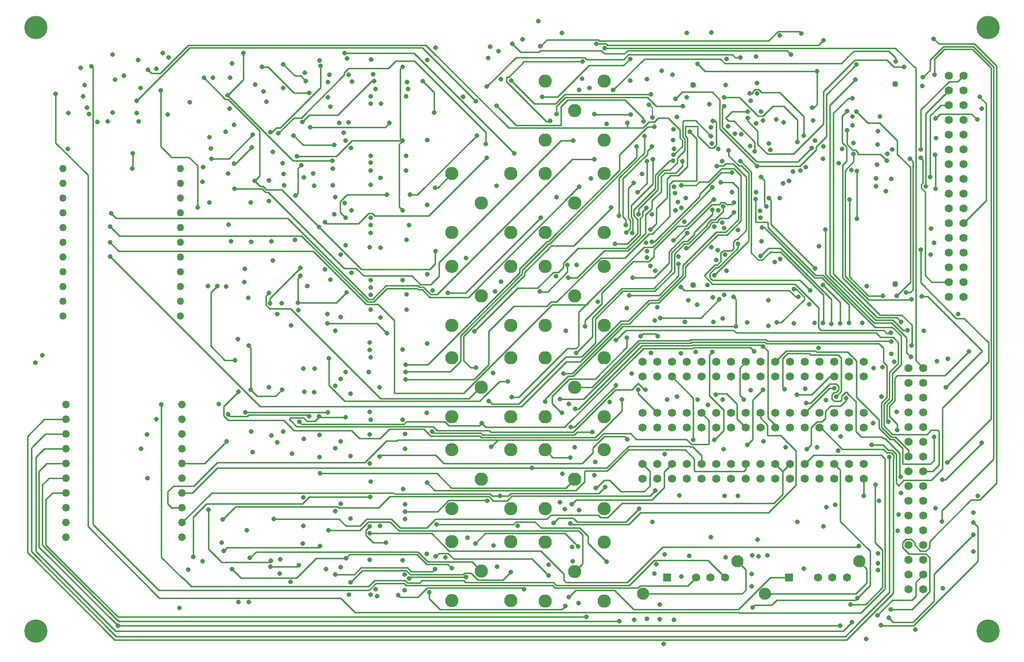
<source format=gbr>
%TF.GenerationSoftware,KiCad,Pcbnew,(6.0.8-1)-1*%
%TF.CreationDate,2022-11-09T12:39:36-05:00*%
%TF.ProjectId,HermEIS,4865726d-4549-4532-9e6b-696361645f70,rev?*%
%TF.SameCoordinates,Original*%
%TF.FileFunction,Copper,L4,Bot*%
%TF.FilePolarity,Positive*%
%FSLAX46Y46*%
G04 Gerber Fmt 4.6, Leading zero omitted, Abs format (unit mm)*
G04 Created by KiCad (PCBNEW (6.0.8-1)-1) date 2022-11-09 12:39:36*
%MOMM*%
%LPD*%
G01*
G04 APERTURE LIST*
%TA.AperFunction,ComponentPad*%
%ADD10C,2.286000*%
%TD*%
%TA.AperFunction,ComponentPad*%
%ADD11C,1.016000*%
%TD*%
%TA.AperFunction,ComponentPad*%
%ADD12C,1.397000*%
%TD*%
%TA.AperFunction,ComponentPad*%
%ADD13C,1.270000*%
%TD*%
%TA.AperFunction,ComponentPad*%
%ADD14C,1.320800*%
%TD*%
%TA.AperFunction,ComponentPad*%
%ADD15R,1.408000X1.408000*%
%TD*%
%TA.AperFunction,ComponentPad*%
%ADD16C,1.408000*%
%TD*%
%TA.AperFunction,ComponentPad*%
%ADD17C,2.100000*%
%TD*%
%TA.AperFunction,ViaPad*%
%ADD18C,4.000000*%
%TD*%
%TA.AperFunction,ViaPad*%
%ADD19C,0.800000*%
%TD*%
%TA.AperFunction,Conductor*%
%ADD20C,0.250000*%
%TD*%
%TA.AperFunction,Conductor*%
%ADD21C,0.200000*%
%TD*%
G04 APERTURE END LIST*
D10*
%TO.P,J2,1*%
%TO.N,/CE*%
X107000000Y-57250000D03*
%TO.P,J2,2*%
%TO.N,GND*%
X101920000Y-62330000D03*
X112080000Y-62330000D03*
X101920000Y-52170000D03*
X112080000Y-52170000D03*
%TD*%
%TO.P,J7,1*%
%TO.N,/V_ref*%
X107000000Y-73250000D03*
%TO.P,J7,2*%
%TO.N,GND*%
X101920000Y-68170000D03*
X112080000Y-68170000D03*
X101920000Y-78330000D03*
X112080000Y-78330000D03*
%TD*%
D11*
%TO.P,J19,81*%
%TO.N,N/C*%
X143452000Y-36864750D03*
%TO.P,J19,82*%
X143452000Y-71345250D03*
%TD*%
D12*
%TO.P,J18,A1,A1*%
%TO.N,/C22*%
X190032800Y-73355000D03*
%TO.P,J18,A2,A2*%
%TO.N,/A21*%
X190032800Y-70815000D03*
%TO.P,J18,A3,A3*%
%TO.N,/A20*%
X190032800Y-68275000D03*
%TO.P,J18,A4,A4*%
%TO.N,/J20*%
X190032800Y-65735000D03*
%TO.P,J18,A5,A5*%
%TO.N,/J22*%
X190032800Y-63195000D03*
%TO.P,J18,A6,A6*%
%TO.N,/W20*%
X190032800Y-60655000D03*
%TO.P,J18,A7,A7*%
%TO.N,/T19*%
X190032800Y-58115000D03*
%TO.P,J18,A8,A8*%
%TO.N,/W22*%
X190032800Y-55575000D03*
%TO.P,J18,A9,A9*%
%TO.N,/T20*%
X190032800Y-53035000D03*
%TO.P,J18,A10,A10*%
%TO.N,/U19*%
X190032800Y-50495000D03*
%TO.P,J18,A11,A11*%
%TO.N,/P17*%
X190032800Y-47955000D03*
%TO.P,J18,A12,A12*%
%TO.N,/V20*%
X190032800Y-45415000D03*
%TO.P,J18,A13,A13*%
%TO.N,/N16*%
X190032800Y-42875000D03*
%TO.P,J18,A14,A14*%
%TO.N,/C5*%
X190032800Y-40335000D03*
%TO.P,J18,A15,A15*%
%TO.N,/M17*%
X190032800Y-37795000D03*
%TO.P,J18,A16,A16*%
%TO.N,/A5*%
X190032800Y-35255000D03*
%TO.P,J18,B1,B1*%
%TO.N,/M18*%
X187492800Y-73355000D03*
%TO.P,J18,B2,B2*%
%TO.N,/D14*%
X187492800Y-70815000D03*
%TO.P,J18,B3,B3*%
%TO.N,/P18*%
X187492800Y-68275000D03*
%TO.P,J18,B4,B4*%
%TO.N,/C14*%
X187492800Y-65735000D03*
%TO.P,J18,B5,B5*%
%TO.N,/R19*%
X187492800Y-63195000D03*
%TO.P,J18,B6,B6*%
%TO.N,/E16*%
X187492800Y-60655000D03*
%TO.P,J18,B7,B7*%
%TO.N,/D9*%
X187492800Y-58115000D03*
%TO.P,J18,B8,B8*%
%TO.N,/D17*%
X187492800Y-55575000D03*
%TO.P,J18,B9,B9*%
%TO.N,/C8*%
X187492800Y-53035000D03*
%TO.P,J18,B10,B10*%
%TO.N,/D7*%
X187492800Y-50495000D03*
%TO.P,J18,B11,B11*%
%TO.N,/D10*%
X187492800Y-47955000D03*
%TO.P,J18,B12,B12*%
%TO.N,/D8*%
X187492800Y-45415000D03*
%TO.P,J18,B13,B13*%
%TO.N,/C10*%
X187492800Y-42875000D03*
%TO.P,J18,B14,B14*%
%TO.N,/L17*%
X187492800Y-40335000D03*
%TO.P,J18,B15,B15*%
%TO.N,/D11*%
X187492800Y-37795000D03*
%TO.P,J18,B16,B16*%
%TO.N,/K18*%
X187492800Y-35255000D03*
%TD*%
%TO.P,J17,A1,A1*%
%TO.N,/Vref_o*%
X183112800Y-123745000D03*
%TO.P,J17,A2,A2*%
%TO.N,/chn1*%
X183112800Y-121205000D03*
%TO.P,J17,A3,A3*%
%TO.N,/chn2*%
X183112800Y-118665000D03*
%TO.P,J17,A4,A4*%
%TO.N,/chn3*%
X183112800Y-116125000D03*
%TO.P,J17,A5,A5*%
%TO.N,/chn4*%
X183112800Y-113585000D03*
%TO.P,J17,A6,A6*%
%TO.N,/chn5*%
X183112800Y-111045000D03*
%TO.P,J17,A7,A7*%
%TO.N,/chn6*%
X183112800Y-108505000D03*
%TO.P,J17,A8,A8*%
%TO.N,/chn7*%
X183112800Y-105965000D03*
%TO.P,J17,A9,A9*%
%TO.N,/WE1*%
X183112800Y-103425000D03*
%TO.P,J17,A10,A10*%
%TO.N,/WE2*%
X183112800Y-100885000D03*
%TO.P,J17,A11,A11*%
%TO.N,/WE3*%
X183112800Y-98345000D03*
%TO.P,J17,A12,A12*%
%TO.N,/WE4*%
X183112800Y-95805000D03*
%TO.P,J17,A13,A13*%
%TO.N,/WE5*%
X183112800Y-93265000D03*
%TO.P,J17,A14,A14*%
%TO.N,/WE6*%
X183112800Y-90725000D03*
%TO.P,J17,A15,A15*%
%TO.N,/WE7*%
X183112800Y-88185000D03*
%TO.P,J17,A16,A16*%
%TO.N,/F_EIS_DDS*%
X183112800Y-85645000D03*
%TO.P,J17,B1,B1*%
%TO.N,/CV_S2*%
X180572800Y-123745000D03*
%TO.P,J17,B2,B2*%
%TO.N,/EIS_S3*%
X180572800Y-121205000D03*
%TO.P,J17,B3,B3*%
%TO.N,/SIN_2*%
X180572800Y-118665000D03*
%TO.P,J17,B4,B4*%
%TO.N,/SIN_1*%
X180572800Y-116125000D03*
%TO.P,J17,B5,B5*%
%TO.N,/V_ref*%
X180572800Y-113585000D03*
%TO.P,J17,B6,B6*%
X180572800Y-111045000D03*
%TO.P,J17,B7,B7*%
%TO.N,/CE*%
X180572800Y-108505000D03*
%TO.P,J17,B8,B8*%
X180572800Y-105965000D03*
%TO.P,J17,B9,B9*%
%TO.N,/WE1*%
X180572800Y-103425000D03*
%TO.P,J17,B10,B10*%
%TO.N,/WE2*%
X180572800Y-100885000D03*
%TO.P,J17,B11,B11*%
%TO.N,/WE3*%
X180572800Y-98345000D03*
%TO.P,J17,B12,B12*%
%TO.N,/WE4*%
X180572800Y-95805000D03*
%TO.P,J17,B13,B13*%
%TO.N,/WE5*%
X180572800Y-93265000D03*
%TO.P,J17,B14,B14*%
%TO.N,/WE6*%
X180572800Y-90725000D03*
%TO.P,J17,B15,B15*%
%TO.N,/WE7*%
X180572800Y-88185000D03*
%TO.P,J17,B16,B16*%
%TO.N,/CV_DAC*%
X180572800Y-85645000D03*
%TD*%
D13*
%TO.P,J16,1,1*%
%TO.N,unconnected-(J16-Pad1)*%
X55115700Y-51255000D03*
%TO.P,J16,2,2*%
%TO.N,unconnected-(J16-Pad2)*%
X55115700Y-53795000D03*
%TO.P,J16,3,3*%
%TO.N,unconnected-(J16-Pad3)*%
X55115700Y-56335000D03*
%TO.P,J16,4,4*%
%TO.N,unconnected-(J16-Pad4)*%
X55115700Y-58875000D03*
%TO.P,J16,5,5*%
%TO.N,unconnected-(J16-Pad5)*%
X55115700Y-61415000D03*
%TO.P,J16,6,6*%
%TO.N,unconnected-(J16-Pad6)*%
X55115700Y-63955000D03*
%TO.P,J16,7,7*%
%TO.N,unconnected-(J16-Pad7)*%
X55115700Y-66495000D03*
%TO.P,J16,8,8*%
%TO.N,unconnected-(J16-Pad8)*%
X55115700Y-69035000D03*
%TO.P,J16,9,9*%
%TO.N,unconnected-(J16-Pad9)*%
X55115700Y-71575000D03*
%TO.P,J16,10,10*%
%TO.N,unconnected-(J16-Pad10)*%
X55115700Y-74115000D03*
%TO.P,J16,11,11*%
%TO.N,unconnected-(J16-Pad11)*%
X55115700Y-76655000D03*
%TD*%
D11*
%TO.P,J20,81*%
%TO.N,N/C*%
X178282000Y-36709750D03*
%TO.P,J20,82*%
X178282000Y-71190250D03*
%TD*%
D10*
%TO.P,J6,1*%
%TO.N,/CV_S1*%
X123020000Y-41280000D03*
%TO.P,J6,2*%
%TO.N,GND*%
X117940000Y-46360000D03*
X128100000Y-36200000D03*
X117940000Y-36200000D03*
X128100000Y-46360000D03*
%TD*%
D12*
%TO.P,J21,A1,A1*%
%TO.N,/A_NCS*%
X134710000Y-95926133D03*
%TO.P,J21,A2,A2*%
%TO.N,/A_SCK*%
X137250000Y-95926133D03*
%TO.P,J21,A3,A3*%
%TO.N,/A_SDI*%
X139790000Y-95926133D03*
%TO.P,J21,A4,A4*%
%TO.N,/A_SDO1*%
X142330000Y-95926133D03*
%TO.P,J21,A5,A5*%
%TO.N,/A_SDO2*%
X144870000Y-95926133D03*
%TO.P,J21,A6,A6*%
%TO.N,/A_SDO3*%
X147410000Y-95926133D03*
%TO.P,J21,A7,A7*%
%TO.N,/A_SDO4*%
X149950000Y-95926133D03*
%TO.P,J21,A8,A8*%
%TO.N,/A_SDO5*%
X152490000Y-95926133D03*
%TO.P,J21,A9,A9*%
%TO.N,/A_SDO6*%
X155030000Y-95926133D03*
%TO.P,J21,A10,A10*%
%TO.N,/A_SDO7*%
X157570000Y-95926133D03*
%TO.P,J21,A11,A11*%
%TO.N,/A_SDO8*%
X160110000Y-95926133D03*
%TO.P,J21,A12,A12*%
%TO.N,/D20*%
X162650000Y-95926133D03*
%TO.P,J21,A13,A13*%
%TO.N,/D_7*%
X165190000Y-95926133D03*
%TO.P,J21,A14,A14*%
%TO.N,/D_6*%
X167730000Y-95926133D03*
%TO.P,J21,A15,A15*%
%TO.N,/D_5*%
X170270000Y-95926133D03*
%TO.P,J21,A16,A16*%
%TO.N,/D_4*%
X172810000Y-95926133D03*
%TO.P,J21,B1,B1*%
%TO.N,/D_3*%
X134710000Y-93386133D03*
%TO.P,J21,B2,B2*%
%TO.N,/D_2*%
X137250000Y-93386133D03*
%TO.P,J21,B3,B3*%
%TO.N,/D_1*%
X139790000Y-93386133D03*
%TO.P,J21,B4,B4*%
%TO.N,/D_0*%
X142330000Y-93386133D03*
%TO.P,J21,B5,B5*%
%TO.N,/FQ_UD*%
X144870000Y-93386133D03*
%TO.P,J21,B6,B6*%
%TO.N,/K20*%
X147410000Y-93386133D03*
%TO.P,J21,B7,B7*%
%TO.N,/FT_NCS*%
X149950000Y-93386133D03*
%TO.P,J21,B8,B8*%
%TO.N,/FT_SCK*%
X152490000Y-93386133D03*
%TO.P,J21,B9,B9*%
%TO.N,/FT_SDI*%
X155030000Y-93386133D03*
%TO.P,J21,B10,B10*%
%TO.N,/FT_SDO*%
X157570000Y-93386133D03*
%TO.P,J21,B11,B11*%
%TO.N,/Rin_scl*%
X160110000Y-93386133D03*
%TO.P,J21,B12,B12*%
%TO.N,/Rin_sda*%
X162650000Y-93386133D03*
%TO.P,J21,B13,B13*%
%TO.N,/P21*%
X165190000Y-93386133D03*
%TO.P,J21,B14,B14*%
%TO.N,/R20*%
X167730000Y-93386133D03*
%TO.P,J21,B15,B15*%
%TO.N,/P22*%
X170270000Y-93386133D03*
%TO.P,J21,B16,B16*%
%TO.N,/DAC1_LDAC*%
X172810000Y-93386133D03*
%TD*%
%TO.P,J22,A1,A1*%
%TO.N,GND*%
X134710000Y-87142800D03*
%TO.P,J22,A2,A2*%
%TO.N,/SQ_1*%
X137250000Y-87142800D03*
%TO.P,J22,A3,A3*%
%TO.N,/SQ_2*%
X139790000Y-87142800D03*
%TO.P,J22,A4,A4*%
%TO.N,unconnected-(J22-PadA4)*%
X142330000Y-87142800D03*
%TO.P,J22,A5,A5*%
%TO.N,/A18*%
X144870000Y-87142800D03*
%TO.P,J22,A6,A6*%
%TO.N,/F_VREF_1*%
X147410000Y-87142800D03*
%TO.P,J22,A7,A7*%
%TO.N,/V_ref*%
X149950000Y-87142800D03*
%TO.P,J22,A8,A8*%
%TO.N,/chn1_r*%
X152490000Y-87142800D03*
%TO.P,J22,A9,A9*%
%TO.N,/chn2_r*%
X155030000Y-87142800D03*
%TO.P,J22,A10,A10*%
%TO.N,/chn3_r*%
X157570000Y-87142800D03*
%TO.P,J22,A11,A11*%
%TO.N,/chn4_r*%
X160110000Y-87142800D03*
%TO.P,J22,A12,A12*%
%TO.N,/chn5_r*%
X162650000Y-87142800D03*
%TO.P,J22,A13,A13*%
%TO.N,/chn6_r*%
X165190000Y-87142800D03*
%TO.P,J22,A14,A14*%
%TO.N,/chn7_r*%
X167730000Y-87142800D03*
%TO.P,J22,A15,A15*%
%TO.N,GND*%
X170270000Y-87142800D03*
%TO.P,J22,A16,A16*%
X172810000Y-87142800D03*
%TO.P,J22,B1,B1*%
%TO.N,/L19*%
X134710000Y-84602800D03*
%TO.P,J22,B2,B2*%
%TO.N,/H21*%
X137250000Y-84602800D03*
%TO.P,J22,B3,B3*%
%TO.N,/K21*%
X139790000Y-84602800D03*
%TO.P,J22,B4,B4*%
%TO.N,/H22*%
X142330000Y-84602800D03*
%TO.P,J22,B5,B5*%
%TO.N,/K22*%
X144870000Y-84602800D03*
%TO.P,J22,B6,B6*%
%TO.N,/F21*%
X147410000Y-84602800D03*
%TO.P,J22,B7,B7*%
%TO.N,/G20*%
X149950000Y-84602800D03*
%TO.P,J22,B8,B8*%
%TO.N,/F22*%
X152490000Y-84602800D03*
%TO.P,J22,B9,B9*%
%TO.N,/G22*%
X155030000Y-84602800D03*
%TO.P,J22,B10,B10*%
%TO.N,/D21*%
X157570000Y-84602800D03*
%TO.P,J22,B11,B11*%
%TO.N,/E20*%
X160110000Y-84602800D03*
%TO.P,J22,B12,B12*%
%TO.N,/D22*%
X162650000Y-84602800D03*
%TO.P,J22,B13,B13*%
%TO.N,/E22*%
X165190000Y-84602800D03*
%TO.P,J22,B14,B14*%
%TO.N,/B21*%
X167730000Y-84602800D03*
%TO.P,J22,B15,B15*%
%TO.N,/C20*%
X170270000Y-84602800D03*
%TO.P,J22,B16,B16*%
%TO.N,/B22*%
X172810000Y-84602800D03*
%TD*%
D10*
%TO.P,J11,1*%
%TO.N,/WE7*%
X123020000Y-120675000D03*
%TO.P,J11,2*%
%TO.N,GND*%
X128100000Y-125755000D03*
X117940000Y-125755000D03*
X117940000Y-115595000D03*
X128100000Y-115595000D03*
%TD*%
%TO.P,J5,1*%
%TO.N,/WE6*%
X107000000Y-120670000D03*
%TO.P,J5,2*%
%TO.N,GND*%
X112080000Y-125750000D03*
X101920000Y-125750000D03*
X112080000Y-115590000D03*
X101920000Y-115590000D03*
%TD*%
D14*
%TO.P,J15,1,1*%
%TO.N,/SIN_2*%
X55407500Y-91955000D03*
%TO.P,J15,2,2*%
%TO.N,/SIN_1*%
X55407500Y-94495000D03*
%TO.P,J15,3,3*%
%TO.N,/SQ_2*%
X55407500Y-97035000D03*
%TO.P,J15,4,4*%
%TO.N,/SQ_1*%
X55407500Y-99575000D03*
%TO.P,J15,5,5*%
%TO.N,GND*%
X55407500Y-102115000D03*
%TO.P,J15,6,6*%
%TO.N,/N22*%
X55407500Y-104655000D03*
%TO.P,J15,7,7*%
%TO.N,/L20*%
X55407500Y-107195000D03*
%TO.P,J15,8,8*%
%TO.N,/FQ_UD*%
X55407500Y-109735000D03*
%TO.P,J15,9,9*%
%TO.N,/K20*%
X55407500Y-112275000D03*
%TO.P,J15,10,10*%
%TO.N,+3.3V*%
X55407500Y-114815000D03*
%TD*%
D10*
%TO.P,J10,1*%
%TO.N,/WE5*%
X123020000Y-104825000D03*
%TO.P,J10,2*%
%TO.N,GND*%
X128100000Y-99745000D03*
X117940000Y-109905000D03*
X117940000Y-99745000D03*
X128100000Y-109905000D03*
%TD*%
%TO.P,J1,1*%
%TO.N,/CE*%
X123020000Y-57255000D03*
%TO.P,J1,2*%
%TO.N,GND*%
X128100000Y-52175000D03*
X117940000Y-52175000D03*
X128100000Y-62335000D03*
X117940000Y-62335000D03*
%TD*%
%TO.P,J8,1*%
%TO.N,/WE1*%
X123020000Y-73255000D03*
%TO.P,J8,2*%
%TO.N,GND*%
X128100000Y-78335000D03*
X117940000Y-68175000D03*
X117940000Y-78335000D03*
X128100000Y-68175000D03*
%TD*%
%TO.P,J4,1*%
%TO.N,/WE4*%
X107000000Y-104820000D03*
%TO.P,J4,2*%
%TO.N,GND*%
X101920000Y-109900000D03*
X101920000Y-99740000D03*
X112080000Y-99740000D03*
X112080000Y-109900000D03*
%TD*%
%TO.P,J3,1*%
%TO.N,/WE2*%
X107000000Y-88970000D03*
%TO.P,J3,2*%
%TO.N,GND*%
X112080000Y-94050000D03*
X101920000Y-94050000D03*
X112080000Y-83890000D03*
X101920000Y-83890000D03*
%TD*%
D12*
%TO.P,J12,A1,A1*%
%TO.N,/JTAG_TCK*%
X134710000Y-104709466D03*
%TO.P,J12,A2,A2*%
%TO.N,/JTAG_TMS*%
X137250000Y-104709466D03*
%TO.P,J12,A3,A3*%
%TO.N,/JTAG_TDO*%
X139790000Y-104709466D03*
%TO.P,J12,A4,A4*%
%TO.N,/JTAG_TDI*%
X142330000Y-104709466D03*
%TO.P,J12,A5,A5*%
%TO.N,unconnected-(J12-PadA5)*%
X144870000Y-104709466D03*
%TO.P,J12,A6,A6*%
%TO.N,/SYS_CLK4*%
X147410000Y-104709466D03*
%TO.P,J12,A7,A7*%
%TO.N,/SYS_CLK5*%
X149950000Y-104709466D03*
%TO.P,J12,A8,A8*%
%TO.N,/USB_SCL*%
X152490000Y-104709466D03*
%TO.P,J12,A9,A9*%
%TO.N,/USB_SDA*%
X155030000Y-104709466D03*
%TO.P,J12,A10,A10*%
%TO.N,/+VCCO1*%
X157570000Y-104709466D03*
%TO.P,J12,A11,A11*%
%TO.N,/+VCCO0*%
X160110000Y-104709466D03*
%TO.P,J12,A12,A12*%
%TO.N,/+1.8V*%
X162650000Y-104709466D03*
%TO.P,J12,A13,A13*%
X165190000Y-104709466D03*
%TO.P,J12,A14,A14*%
%TO.N,/+1.2V*%
X167730000Y-104709466D03*
%TO.P,J12,A15,A15*%
X170270000Y-104709466D03*
%TO.P,J12,A16,A16*%
%TO.N,+5V*%
X172810000Y-104709466D03*
%TO.P,J12,B1,B1*%
%TO.N,/DAC1_NCS*%
X134710000Y-102169466D03*
%TO.P,J12,B2,B2*%
%TO.N,/DAC1_SCK*%
X137250000Y-102169466D03*
%TO.P,J12,B3,B3*%
%TO.N,/DAC1_SDI*%
X139790000Y-102169466D03*
%TO.P,J12,B4,B4*%
%TO.N,/N22*%
X142330000Y-102169466D03*
%TO.P,J12,B5,B5*%
%TO.N,/L20*%
X144870000Y-102169466D03*
%TO.P,J12,B6,B6*%
%TO.N,/F_RST_I*%
X147410000Y-102169466D03*
%TO.P,J12,B7,B7*%
%TO.N,/F_RST_O*%
X149950000Y-102169466D03*
%TO.P,J12,B8,B8*%
%TO.N,+5V*%
X152490000Y-102169466D03*
%TO.P,J12,B9,B9*%
X155030000Y-102169466D03*
%TO.P,J12,B10,B10*%
%TO.N,-3V*%
X157570000Y-102169466D03*
%TO.P,J12,B11,B11*%
X160110000Y-102169466D03*
%TO.P,J12,B12,B12*%
%TO.N,-0v5*%
X162650000Y-102169466D03*
%TO.P,J12,B13,B13*%
%TO.N,nVDD_2*%
X165190000Y-102169466D03*
%TO.P,J12,B14,B14*%
%TO.N,GND*%
X167730000Y-102169466D03*
%TO.P,J12,B15,B15*%
%TO.N,+3.3V*%
X170270000Y-102169466D03*
%TO.P,J12,B16,B16*%
X172810000Y-102169466D03*
%TD*%
D13*
%TO.P,J14,1,1*%
%TO.N,unconnected-(J14-Pad1)*%
X34910000Y-51255000D03*
%TO.P,J14,2,2*%
%TO.N,unconnected-(J14-Pad2)*%
X34910000Y-53795000D03*
%TO.P,J14,3,3*%
%TO.N,GND*%
X34910000Y-56335000D03*
%TO.P,J14,4,4*%
%TO.N,/FT_SCK*%
X34910000Y-58875000D03*
%TO.P,J14,5,5*%
%TO.N,/FT_SDO*%
X34910000Y-61415000D03*
%TO.P,J14,6,6*%
%TO.N,/FT_SDI*%
X34910000Y-63955000D03*
%TO.P,J14,7,7*%
%TO.N,/FT_NCS*%
X34910000Y-66495000D03*
%TO.P,J14,8,8*%
%TO.N,unconnected-(J14-Pad8)*%
X34910000Y-69035000D03*
%TO.P,J14,9,9*%
%TO.N,unconnected-(J14-Pad9)*%
X34910000Y-71575000D03*
%TO.P,J14,10,10*%
%TO.N,unconnected-(J14-Pad10)*%
X34910000Y-74115000D03*
%TO.P,J14,11,11*%
%TO.N,unconnected-(J14-Pad11)*%
X34910000Y-76655000D03*
%TD*%
D15*
%TO.P,S1,1*%
%TO.N,/CV_S1*%
X159950000Y-121750000D03*
D16*
%TO.P,S1,2*%
%TO.N,/CV_ref*%
X164950000Y-121750000D03*
%TO.P,S1,3*%
%TO.N,/CV_S2*%
X167450000Y-121750000D03*
%TO.P,S1,4*%
%TO.N,unconnected-(S1-Pad4)*%
X169950000Y-121750000D03*
D17*
%TO.P,S1,S1,SHIELD*%
%TO.N,Net-(S1-PadS1)*%
X155850000Y-124550000D03*
%TO.P,S1,S2,SHIELD*%
X172050000Y-118950000D03*
%TD*%
D14*
%TO.P,J13,1,1*%
%TO.N,GND*%
X35420000Y-91955000D03*
%TO.P,J13,2,2*%
%TO.N,/D_7*%
X35420000Y-94495000D03*
%TO.P,J13,3,3*%
%TO.N,/D_6*%
X35420000Y-97035000D03*
%TO.P,J13,4,4*%
%TO.N,/D_5*%
X35420000Y-99575000D03*
%TO.P,J13,5,5*%
%TO.N,/D_4*%
X35420000Y-102115000D03*
%TO.P,J13,6,6*%
%TO.N,/D_3*%
X35420000Y-104655000D03*
%TO.P,J13,7,7*%
%TO.N,/D_2*%
X35420000Y-107195000D03*
%TO.P,J13,8,8*%
%TO.N,/D_1*%
X35420000Y-109735000D03*
%TO.P,J13,9,9*%
%TO.N,/D_0*%
X35420000Y-112275000D03*
%TO.P,J13,10,10*%
%TO.N,+3.3V*%
X35420000Y-114815000D03*
%TD*%
D10*
%TO.P,J9,1*%
%TO.N,/WE3*%
X123020000Y-88975000D03*
%TO.P,J9,2*%
%TO.N,GND*%
X117940000Y-94055000D03*
X128100000Y-94055000D03*
X128100000Y-83895000D03*
X117940000Y-83895000D03*
%TD*%
D15*
%TO.P,S2,1*%
%TO.N,/EIS_S3*%
X138950000Y-121750000D03*
D16*
%TO.P,S2,2*%
%TO.N,/V_dds*%
X143950000Y-121750000D03*
%TO.P,S2,3*%
%TO.N,/SIN_1*%
X146450000Y-121750000D03*
%TO.P,S2,4*%
%TO.N,/SIN_2*%
X148950000Y-121750000D03*
D17*
%TO.P,S2,S1,SHIELD*%
%TO.N,Net-(S2-PadS1)*%
X134850000Y-124550000D03*
%TO.P,S2,S2,SHIELD*%
X151050000Y-118950000D03*
%TD*%
D18*
%TO.N,*%
X194270000Y-130955000D03*
X30270000Y-26955000D03*
X194270000Y-26955000D03*
X30270000Y-130955000D03*
D19*
%TO.N,GND*%
X109670000Y-119855000D03*
X63130000Y-98245000D03*
X67270000Y-89405000D03*
X81670000Y-47255000D03*
X84130000Y-43295000D03*
X88370000Y-35005000D03*
X135470000Y-35915000D03*
X75370000Y-74415000D03*
X40819500Y-43205000D03*
X98820000Y-41655000D03*
X96870000Y-36205000D03*
X100770000Y-118280500D03*
X98990000Y-54585000D03*
X70620000Y-119905000D03*
X74632701Y-45592299D03*
X63830000Y-63835000D03*
X46870000Y-51255000D03*
X76757701Y-36242701D03*
X63480000Y-60935000D03*
X108170000Y-32255000D03*
X66870000Y-81755000D03*
X83750000Y-72615000D03*
X72645500Y-89355000D03*
X66830000Y-73575000D03*
X78210000Y-89785000D03*
X75820000Y-69755000D03*
X136420000Y-42505000D03*
X171727652Y-125272652D03*
X186480000Y-123635000D03*
X122320000Y-101035000D03*
X79080000Y-32625000D03*
X68040000Y-36785000D03*
X43470000Y-41605000D03*
X64390000Y-50415000D03*
X98560000Y-72275000D03*
X83620000Y-64525000D03*
X153710000Y-126865000D03*
X46920000Y-48629500D03*
X75520000Y-119575000D03*
X136130000Y-83035000D03*
X67350000Y-63875000D03*
X70775000Y-97280000D03*
X47820000Y-32555000D03*
X135820000Y-40255000D03*
X43470000Y-31655000D03*
X72870000Y-33305000D03*
X67400000Y-47668000D03*
X52970000Y-41955000D03*
X78230000Y-85775000D03*
%TO.N,+5V*%
X162040000Y-27975000D03*
X71070000Y-48405000D03*
X187220000Y-101955000D03*
X144170000Y-33255000D03*
X59070000Y-51055000D03*
X97620000Y-69455000D03*
X151170000Y-107705000D03*
X97570000Y-93405000D03*
X35720000Y-47905000D03*
X117110000Y-30239500D03*
X97620000Y-81455000D03*
X97544500Y-117655000D03*
X97620000Y-32555000D03*
X172820000Y-107675000D03*
X163920000Y-40805000D03*
X97620000Y-46405000D03*
X97620000Y-57555000D03*
X164770000Y-34555000D03*
X109900000Y-31065000D03*
X97620000Y-105405000D03*
X184982701Y-35117701D03*
%TO.N,/chn2*%
X83444500Y-57205000D03*
X81820000Y-79205000D03*
X121420000Y-126655000D03*
X81820000Y-110305000D03*
X81820000Y-121205000D03*
X98970000Y-120255000D03*
X81820000Y-99505000D03*
X97970000Y-124255000D03*
X81820000Y-88755000D03*
X84070000Y-35105000D03*
X83570000Y-46505000D03*
%TO.N,-3V*%
X70820000Y-63815000D03*
X72314560Y-118635038D03*
X78020000Y-52155000D03*
X72870000Y-96555000D03*
X60120000Y-45905000D03*
X72570000Y-74455000D03*
X71070000Y-67155000D03*
X71270000Y-111655000D03*
X70420000Y-88955000D03*
X76570000Y-34755000D03*
%TO.N,/chn3*%
X84520000Y-47755000D03*
X84420000Y-111605000D03*
X112040000Y-120805000D03*
X84420000Y-90105000D03*
X175270000Y-119255000D03*
X136790000Y-121055000D03*
X84570000Y-58505000D03*
X84670000Y-36305000D03*
X84420000Y-100855000D03*
X84570000Y-69255000D03*
X84420000Y-122555000D03*
%TO.N,+3.3V*%
X136170000Y-38505000D03*
X93400000Y-118755000D03*
X47970000Y-43155000D03*
X76320000Y-85755000D03*
X171570000Y-33355000D03*
X59970000Y-110025000D03*
X76280000Y-112845000D03*
X112120000Y-36105000D03*
X67370000Y-96555000D03*
X93390000Y-94515000D03*
X45370000Y-35255000D03*
X93460000Y-106515000D03*
X93420000Y-46505000D03*
X72920000Y-52255000D03*
X75820000Y-68405000D03*
X76520000Y-89755000D03*
X76270000Y-107925000D03*
X140370000Y-39305000D03*
X93420000Y-58505000D03*
X93410000Y-82485000D03*
X154470000Y-50855000D03*
X70710000Y-118835000D03*
X93420000Y-33755000D03*
X61770000Y-91855000D03*
X38370000Y-38855000D03*
X75170000Y-49205000D03*
X63720000Y-35655000D03*
X42620000Y-43155000D03*
X93420000Y-70505000D03*
X70570000Y-74455500D03*
X74831250Y-63603750D03*
%TO.N,/chn1*%
X82720000Y-98305000D03*
X82720000Y-119955000D03*
X82720000Y-109005000D03*
X80970000Y-40605000D03*
X175175497Y-128210497D03*
X80570000Y-36355000D03*
X118520000Y-121418500D03*
X82720000Y-87555000D03*
X82720000Y-66105000D03*
X82720000Y-76855000D03*
X80570000Y-39055000D03*
X83250000Y-45075000D03*
X99120000Y-118105000D03*
%TO.N,-0v5*%
X33670000Y-38455000D03*
%TO.N,nVDD_2*%
X76110000Y-43255000D03*
X51770000Y-37855000D03*
X74120000Y-122515000D03*
X67570000Y-100155000D03*
X48270000Y-37445000D03*
X74370000Y-100355000D03*
X88470000Y-36255000D03*
X65020000Y-80655000D03*
X166420000Y-109655000D03*
X107930000Y-37155000D03*
X136420000Y-112205000D03*
X74170000Y-78305000D03*
X58120000Y-57955000D03*
X151540000Y-32125000D03*
X65170000Y-125979500D03*
X63620000Y-40935000D03*
X109070000Y-116255000D03*
%TO.N,Net-(R14-Pad2)*%
X43870000Y-36005000D03*
X35870000Y-41755000D03*
X52120000Y-31405000D03*
X39070000Y-40755000D03*
%TO.N,/Vref_o*%
X87570000Y-86305000D03*
X57370000Y-118205000D03*
X69920000Y-39805000D03*
X87820000Y-107855000D03*
X138370000Y-133179500D03*
X87720000Y-64855000D03*
X87770000Y-97055000D03*
X87920000Y-54105000D03*
X87770000Y-118705000D03*
X87920000Y-75555000D03*
X87970000Y-32505000D03*
%TO.N,/WE2*%
X70420000Y-72705000D03*
X66220000Y-68555000D03*
X120470000Y-91015000D03*
%TO.N,/WE3*%
X80060000Y-68645000D03*
X80420000Y-77955000D03*
X177570000Y-81055000D03*
X90720000Y-79655000D03*
X75450000Y-75705000D03*
%TO.N,/chn4*%
X87870000Y-49055000D03*
X87770000Y-102105000D03*
X128520000Y-119005000D03*
X90570000Y-115730500D03*
X88745500Y-123805000D03*
X99220000Y-112555000D03*
X87770000Y-112905000D03*
X87870000Y-59755000D03*
X87920000Y-70505000D03*
X88770000Y-37605000D03*
X87770000Y-81255000D03*
%TO.N,/chn5*%
X87720000Y-82505000D03*
X87770000Y-114155000D03*
X87920000Y-71755000D03*
X84170000Y-124679500D03*
X87920000Y-38855000D03*
X87920000Y-61055000D03*
X87920000Y-50305000D03*
X171970000Y-116329500D03*
X87770000Y-93205000D03*
%TO.N,/chn6*%
X87870000Y-83805000D03*
X87920000Y-40105000D03*
X87920000Y-124655000D03*
X87870000Y-62355000D03*
X87870000Y-105255000D03*
X130120000Y-88655000D03*
X122370000Y-95855000D03*
X175870000Y-90605000D03*
X87870000Y-94555000D03*
X87920000Y-73055000D03*
X162720000Y-89255000D03*
X87870000Y-51605000D03*
%TO.N,/chn7*%
X175470000Y-108555000D03*
X105920000Y-115855000D03*
X123645500Y-116405000D03*
%TO.N,/A_NCS*%
X146570000Y-27879500D03*
X89570000Y-76930000D03*
X89030000Y-124965000D03*
X146520000Y-44205000D03*
X89570000Y-64880000D03*
X89620000Y-52880000D03*
X89470000Y-88930000D03*
X132130000Y-97925000D03*
X89520000Y-112880000D03*
X89670000Y-40155000D03*
X89470000Y-100880000D03*
%TO.N,/A_SDO1*%
X94350000Y-37555000D03*
X134921850Y-43126850D03*
X110330000Y-70755000D03*
X109590000Y-40465000D03*
%TO.N,/A_SCK*%
X94510000Y-61055000D03*
X94070000Y-73005000D03*
X94177701Y-36377299D03*
X114345500Y-123802119D03*
X94020000Y-49055000D03*
X136720000Y-44105000D03*
X93870000Y-97005000D03*
X93740000Y-121245000D03*
X93820000Y-109105000D03*
X126450000Y-104115000D03*
X92650000Y-124780500D03*
X93920000Y-85055000D03*
%TO.N,/WE1*%
X130120000Y-80805000D03*
X72870000Y-37405000D03*
X112620000Y-48705000D03*
X83400000Y-31429500D03*
%TO.N,/V_ref*%
X185220000Y-109775000D03*
X114070000Y-29055000D03*
%TO.N,/CV_ref*%
X109560000Y-54245000D03*
X123820000Y-110115000D03*
X123720000Y-126145000D03*
%TO.N,/CE*%
X47620000Y-41705000D03*
X189070000Y-76355000D03*
X77520000Y-44155000D03*
X91120000Y-43455000D03*
%TO.N,/A_SDO2*%
X147070000Y-98005000D03*
X134045500Y-59155000D03*
X146920000Y-77740500D03*
X146770000Y-82829500D03*
X146520000Y-45695000D03*
%TO.N,/WE4*%
X107020000Y-95155000D03*
X153950000Y-82785000D03*
X75620000Y-94909500D03*
%TO.N,/WE5*%
X76370000Y-97855000D03*
X79170000Y-103805000D03*
X122620000Y-116505000D03*
X168384101Y-99914946D03*
%TO.N,Net-(R39-Pad2)*%
X77334549Y-38235049D03*
X69170000Y-33755000D03*
%TO.N,/WE6*%
X173260000Y-132355000D03*
X67120000Y-118355000D03*
X66590000Y-113605000D03*
%TO.N,/WE7*%
X72260000Y-121055000D03*
X181750000Y-130745000D03*
X80650000Y-113615000D03*
%TO.N,/A_SDO4*%
X121500000Y-79205000D03*
X132700000Y-41995000D03*
X134117299Y-109852299D03*
X126470000Y-41895000D03*
X146650000Y-46995000D03*
X123400000Y-67905000D03*
X119370000Y-112305000D03*
%TO.N,/A_SDO6*%
X150370000Y-73405000D03*
X150780000Y-78465000D03*
X153320000Y-89500500D03*
X118000000Y-91445000D03*
%TO.N,/A_SDO8*%
X142770000Y-118005000D03*
X164420000Y-68505000D03*
X156470000Y-56355000D03*
X177120000Y-128685000D03*
X153520000Y-123255000D03*
X191720000Y-114405000D03*
X104360000Y-121665000D03*
X167920000Y-109175000D03*
X183170000Y-79205000D03*
X94526452Y-121901677D03*
X138570000Y-117779500D03*
X164820000Y-99305000D03*
%TO.N,Net-(R11-Pad2)*%
X37970000Y-33955000D03*
X38670000Y-36879500D03*
%TO.N,/SIN_2*%
X175270000Y-120455000D03*
X51870000Y-91955000D03*
%TO.N,/SIN_1*%
X50970000Y-94455000D03*
X175270000Y-117555000D03*
X146470000Y-114755000D03*
%TO.N,/SQ_2*%
X143470000Y-98055000D03*
X49370000Y-97055000D03*
X137670000Y-128955000D03*
%TO.N,/SQ_1*%
X48370000Y-99555000D03*
X137670000Y-126355000D03*
%TO.N,Net-(C37-Pad1)*%
X126780000Y-29795000D03*
X165870000Y-29155000D03*
%TO.N,/D_3*%
X117220000Y-59735000D03*
X140092701Y-44512299D03*
X101240000Y-72725000D03*
X130770000Y-129255000D03*
%TO.N,/D_2*%
X135450000Y-50055000D03*
X132026850Y-75298150D03*
X125070000Y-128530500D03*
X133894500Y-55355000D03*
X133970000Y-89379500D03*
%TO.N,/D_1*%
X129300000Y-57998500D03*
X148428296Y-60582589D03*
X106010000Y-85575000D03*
X133270000Y-129055000D03*
%TO.N,Net-(R28-Pad2)*%
X79080000Y-101005000D03*
X79070000Y-97165000D03*
%TO.N,/D_0*%
X140014990Y-49942518D03*
X145950000Y-92045000D03*
X135470000Y-128855000D03*
X148570000Y-91080500D03*
X152750000Y-77805000D03*
X130010000Y-64255000D03*
%TO.N,/FT_SCK*%
X126410000Y-49705000D03*
X172557299Y-77867701D03*
X43170000Y-58955000D03*
X134670000Y-52255000D03*
X155570000Y-98255000D03*
%TO.N,/FT_SDO*%
X190920000Y-82805000D03*
X178320000Y-32855000D03*
X178570000Y-96330500D03*
X43070000Y-61305000D03*
X123770000Y-54455000D03*
X159370000Y-99255000D03*
X129670000Y-37780500D03*
%TO.N,Net-(SW2-Pad1)*%
X53070000Y-32155000D03*
X99080000Y-30475000D03*
X39370000Y-41905000D03*
%TO.N,Net-(SW2-Pad2)*%
X47570000Y-39605000D03*
X106020000Y-39655000D03*
%TO.N,/F_RST_I*%
X136870000Y-77455000D03*
X136370000Y-59155000D03*
%TO.N,/F_RST_O*%
X148830000Y-107645000D03*
X158470000Y-66845000D03*
X182630000Y-65265000D03*
X154570000Y-115215000D03*
X174180000Y-98880500D03*
%TO.N,/FT_SDI*%
X43060000Y-64025000D03*
X121320000Y-110005000D03*
X122320000Y-112455000D03*
X146780000Y-54515000D03*
X112166515Y-90626917D03*
%TO.N,/JTAG_TCK*%
X192470000Y-107655000D03*
X137120048Y-119479500D03*
X142382299Y-39042701D03*
%TO.N,/JTAG_TMS*%
X153570000Y-117955000D03*
X177470000Y-127205000D03*
X146270000Y-40205000D03*
X184870000Y-28905000D03*
X153520000Y-121105000D03*
%TO.N,/JTAG_TDO*%
X148670000Y-99605000D03*
X148520000Y-77079500D03*
X140670000Y-42405000D03*
X144220000Y-91105000D03*
%TO.N,/JTAG_TDI*%
X154720000Y-118055000D03*
X119920000Y-41905000D03*
X141670000Y-40505000D03*
X119870000Y-56205000D03*
X149070000Y-118299500D03*
X141420000Y-121605000D03*
%TO.N,/F_VREF_1*%
X137267701Y-75159500D03*
X133170000Y-53755000D03*
X131970000Y-62255000D03*
%TO.N,/SYS_CLK4*%
X163020000Y-99605000D03*
X139870000Y-35155000D03*
X169757700Y-90792700D03*
%TO.N,/A5*%
X182670000Y-47955000D03*
%TO.N,/D_7*%
X148410000Y-50054500D03*
X158320353Y-56354647D03*
X163449951Y-74679549D03*
%TO.N,/D_6*%
X140115424Y-47884174D03*
X177270000Y-100955000D03*
%TO.N,/D_5*%
X175760000Y-129985000D03*
X170770000Y-129455000D03*
X177457371Y-79605500D03*
X147540000Y-50825000D03*
X191740000Y-112275000D03*
%TO.N,/D_4*%
X66870000Y-125979500D03*
X136470000Y-49655000D03*
X54970000Y-126955000D03*
X132044500Y-80455000D03*
X120870000Y-93355000D03*
X132960116Y-62391662D03*
X104570000Y-114855000D03*
X44382299Y-130042701D03*
X168770000Y-130055000D03*
%TO.N,/B21*%
X155020000Y-66355000D03*
X167270000Y-78055000D03*
X148947609Y-66116397D03*
X161870000Y-51605000D03*
%TO.N,/B22*%
X159990000Y-53375000D03*
X155295047Y-61429952D03*
X147420000Y-67005500D03*
X170270000Y-77879500D03*
%TO.N,/A20*%
X141322299Y-71667299D03*
X152870000Y-41505000D03*
X161544503Y-73410497D03*
X154070000Y-48355000D03*
%TO.N,/A21*%
X149220000Y-68905000D03*
X184970000Y-64105000D03*
X155170000Y-41504500D03*
%TO.N,/FT_NCS*%
X176070000Y-85505000D03*
X148160000Y-53695000D03*
X43000000Y-66465000D03*
%TO.N,/FQ_UD*%
X148596000Y-57820524D03*
X108660000Y-99245000D03*
X108250000Y-91315000D03*
%TO.N,/D8*%
X177570000Y-53055000D03*
%TO.N,/D10*%
X170670000Y-51555000D03*
%TO.N,/C10*%
X177770000Y-47955000D03*
%TO.N,/D14*%
X182670000Y-49455000D03*
%TO.N,/C14*%
X180820000Y-49555000D03*
X180120000Y-72605000D03*
%TO.N,/J22*%
X147070000Y-69655000D03*
X149570000Y-48155000D03*
%TO.N,/J20*%
X184470000Y-61605000D03*
X145920000Y-71355000D03*
X165100000Y-64695000D03*
X147757299Y-47942299D03*
%TO.N,/C22*%
X140944500Y-67705000D03*
X142570000Y-73955000D03*
X118820000Y-43105000D03*
X138020000Y-34405000D03*
X124420000Y-32855000D03*
X132420000Y-73105000D03*
%TO.N,/C20*%
X140944500Y-66405000D03*
X165833107Y-71351893D03*
X168770000Y-77955000D03*
X148770000Y-73055000D03*
X162870000Y-51005000D03*
%TO.N,/E22*%
X163590000Y-72255000D03*
X160620000Y-51805000D03*
X174520000Y-85705000D03*
X151120000Y-64205000D03*
X136917149Y-68868101D03*
%TO.N,/E20*%
X157819500Y-77805000D03*
X136099476Y-68050428D03*
X160779951Y-72009549D03*
%TO.N,/G22*%
X156770000Y-48055000D03*
X150495500Y-57096024D03*
X144120000Y-74705000D03*
X140090000Y-63635000D03*
%TO.N,/F22*%
X156524500Y-47005000D03*
X179169500Y-104375000D03*
X154270000Y-55355000D03*
X162948381Y-91691322D03*
X187000000Y-88945000D03*
X152190000Y-91075000D03*
X182820000Y-73315000D03*
%TO.N,/G20*%
X155470000Y-42954000D03*
X135494000Y-65534998D03*
X143870000Y-82829500D03*
X146870000Y-73505000D03*
X155220000Y-63855000D03*
%TO.N,/F21*%
X154930000Y-58575000D03*
X137780000Y-77015000D03*
X141354503Y-83150497D03*
X155160000Y-52705000D03*
X147970000Y-73825000D03*
X156085500Y-57825000D03*
X151152299Y-61837299D03*
X148767701Y-61522701D03*
%TO.N,/K22*%
X154270000Y-43505000D03*
X136343263Y-63927139D03*
X141970000Y-77740500D03*
X150112753Y-51987799D03*
%TO.N,/H22*%
X150620000Y-45255000D03*
X142443137Y-62419088D03*
X133054500Y-70085000D03*
%TO.N,/K21*%
X134420000Y-80179500D03*
X153270000Y-47405000D03*
X142245500Y-65005000D03*
X137320000Y-80179500D03*
X150495500Y-58855000D03*
X135300498Y-64085498D03*
%TO.N,/H21*%
X151732701Y-45392299D03*
X135495000Y-66605000D03*
X147070451Y-61255451D03*
X141895500Y-60455000D03*
%TO.N,/L19*%
X149470000Y-44005000D03*
X136119452Y-61767201D03*
X146870000Y-43055000D03*
%TO.N,/C5*%
X182870000Y-37055000D03*
X164420000Y-46505000D03*
X175257701Y-44842701D03*
X149020000Y-36855000D03*
%TO.N,/+VCCO1*%
X129032299Y-91467299D03*
X141620000Y-50054500D03*
X138520000Y-100505000D03*
X141070000Y-107605000D03*
X121970000Y-70105000D03*
%TO.N,/A_SDI*%
X93915000Y-87600000D03*
X93865000Y-99550000D03*
X126094500Y-96655000D03*
X94065000Y-63600000D03*
X94065000Y-75550000D03*
X98520000Y-96605500D03*
X142820000Y-44905000D03*
X94015000Y-51600000D03*
X93815000Y-111650000D03*
X93710000Y-123915000D03*
X94015000Y-38850000D03*
%TO.N,/L20*%
X115700000Y-102855000D03*
X123320000Y-83005906D03*
X146732747Y-58403247D03*
%TO.N,/N22*%
X140370000Y-58455000D03*
X155450000Y-89379500D03*
X152770000Y-98855000D03*
X156370000Y-78355000D03*
X118570000Y-119555000D03*
X49470000Y-104655000D03*
X156370000Y-73955000D03*
%TO.N,/A_SDO3*%
X135040000Y-45695000D03*
X130645500Y-59447500D03*
%TO.N,/A_SDO5*%
X93940000Y-86345000D03*
X133680000Y-47515000D03*
X147370000Y-90229500D03*
X122070000Y-91875000D03*
X132824500Y-86579500D03*
%TO.N,/A_SDO7*%
X107990000Y-108485000D03*
X155470000Y-81929500D03*
X136370000Y-47455000D03*
X123150000Y-92675000D03*
X131857701Y-61042701D03*
X93820000Y-110355000D03*
%TO.N,/R20*%
X140794440Y-57005500D03*
X123770000Y-37780500D03*
X82522299Y-43430500D03*
X80940000Y-70405000D03*
X66160000Y-70815000D03*
X66360000Y-93275000D03*
X80770000Y-35105000D03*
X62595500Y-117175000D03*
X79160000Y-116325000D03*
X80530000Y-93275000D03*
%TO.N,/P21*%
X142220000Y-56405000D03*
X77340000Y-93999500D03*
X63030000Y-71595000D03*
X77010000Y-71565000D03*
X62280000Y-115745000D03*
X70650000Y-44985000D03*
X76250000Y-115865000D03*
X67630000Y-45455000D03*
X60470000Y-49585000D03*
X79310000Y-33630500D03*
X63320000Y-93615000D03*
%TO.N,/K20*%
X128270000Y-106155000D03*
X113210000Y-112875000D03*
X141397701Y-54129500D03*
X121120000Y-86605000D03*
X110200000Y-107685000D03*
%TO.N,/chn1_r*%
X104370000Y-66705000D03*
X69420000Y-38035000D03*
X109320000Y-72455000D03*
X83875992Y-32308384D03*
X108520000Y-30305000D03*
X110320000Y-35905000D03*
X103857299Y-38917701D03*
%TO.N,/chn2_r*%
X158370000Y-28355000D03*
X59870000Y-71555000D03*
X127007299Y-74267701D03*
X142370000Y-27955000D03*
X125620000Y-37405000D03*
%TO.N,/chn3_r*%
X71845500Y-76385000D03*
X107910000Y-49425000D03*
X124320000Y-35755000D03*
X80040000Y-60535000D03*
X80460000Y-76325000D03*
%TO.N,/chn4_r*%
X65150000Y-89725000D03*
X125830000Y-52985000D03*
X140670000Y-90555000D03*
X131180000Y-91095000D03*
%TO.N,/chn5_r*%
X83580000Y-59755000D03*
X79020000Y-93999500D03*
X106160000Y-45585000D03*
X132580000Y-32395000D03*
X83600000Y-94165000D03*
X61500000Y-71535000D03*
X64550000Y-84275000D03*
X135220000Y-89379500D03*
X94710000Y-55775000D03*
X71820000Y-98445000D03*
X90660000Y-55755000D03*
X83570000Y-86315000D03*
X117470000Y-38965000D03*
%TO.N,/chn6_r*%
X62400000Y-111775000D03*
X154310000Y-31945000D03*
X136962701Y-106737701D03*
X31380000Y-83475000D03*
%TO.N,/chn7_r*%
X149190000Y-32405000D03*
X116750000Y-25895000D03*
X64044500Y-120305000D03*
X120850000Y-27955000D03*
X138920000Y-91065000D03*
X161300000Y-90225000D03*
X83670000Y-118405000D03*
X30200000Y-84725000D03*
X101850000Y-120155000D03*
%TO.N,/+1.2V*%
X170870000Y-39155000D03*
X179270000Y-107155000D03*
X193132299Y-98567299D03*
X179282701Y-77692299D03*
X186370000Y-104855000D03*
%TO.N,/+1.8V*%
X178670000Y-113705000D03*
X186320000Y-112055000D03*
X183020000Y-35555000D03*
X165870000Y-112955000D03*
%TO.N,/SYS_CLK5*%
X169970000Y-41355000D03*
X181020000Y-81779500D03*
X168870000Y-97455000D03*
%TO.N,/USB_SCL*%
X180385500Y-79179500D03*
X191670000Y-110555000D03*
X171370000Y-35955000D03*
%TO.N,/USB_SDA*%
X156220000Y-117954500D03*
X171570000Y-41505000D03*
X191720000Y-117205000D03*
X178520000Y-73180500D03*
X162520000Y-120179500D03*
%TO.N,/W20*%
X192770000Y-38955000D03*
X152820000Y-42555000D03*
X179770000Y-33805000D03*
%TO.N,/T19*%
X170870000Y-42355000D03*
X163870000Y-47755000D03*
X148744500Y-40555000D03*
%TO.N,/W22*%
X175620000Y-42355000D03*
X164070000Y-42955000D03*
%TO.N,/T20*%
X153151620Y-38329500D03*
X170870000Y-43855000D03*
X193170000Y-40955000D03*
X162520000Y-45605000D03*
%TO.N,/U19*%
X185170000Y-42655000D03*
X192370000Y-42855000D03*
X165920000Y-47455000D03*
X153386261Y-39588739D03*
%TO.N,/P17*%
X185270000Y-46055000D03*
X169970000Y-44655000D03*
X161420000Y-46755000D03*
X148770000Y-39055000D03*
X176794500Y-49955000D03*
%TO.N,/V20*%
X154420000Y-36555000D03*
%TO.N,/N16*%
X171070000Y-46855000D03*
X176870000Y-48755000D03*
X154420000Y-38355000D03*
%TO.N,/M17*%
X175170000Y-47155000D03*
%TO.N,/M18*%
X169120000Y-47905000D03*
X170344500Y-56655000D03*
X176120000Y-73180500D03*
%TO.N,/P18*%
X181045500Y-73805500D03*
X171082299Y-48767299D03*
%TO.N,/R19*%
X165770000Y-49555000D03*
%TO.N,/E16*%
X185070000Y-48955000D03*
X185170000Y-54755000D03*
%TO.N,/D9*%
X168470000Y-50355000D03*
%TO.N,/D17*%
X174970000Y-52955000D03*
%TO.N,/C8*%
X175139027Y-50585973D03*
%TO.N,/+VCCO0*%
X171670000Y-51755000D03*
X178870000Y-110855000D03*
X171620000Y-59955000D03*
X166245500Y-61755000D03*
X161420000Y-112179500D03*
X180920000Y-83755000D03*
%TO.N,/L17*%
X184270000Y-52755000D03*
%TO.N,/D11*%
X183470000Y-54355000D03*
X174970000Y-54355000D03*
%TO.N,/K18*%
X176670000Y-55155000D03*
%TO.N,/A18*%
X159220000Y-89305000D03*
X187320000Y-84055000D03*
X168082351Y-90561736D03*
X184382701Y-66117701D03*
%TO.N,/CV_DAC*%
X67920000Y-53405000D03*
X59170000Y-35655000D03*
X79000000Y-61370500D03*
X99070000Y-65515000D03*
%TO.N,/CV_S2*%
X65970000Y-31429500D03*
X81280000Y-49965000D03*
X56790000Y-39835000D03*
X63290000Y-38635000D03*
X140170000Y-129055000D03*
X56470000Y-120355000D03*
%TO.N,/EIS_S3*%
X80170000Y-120255000D03*
X122678267Y-118966336D03*
X72970000Y-54155000D03*
X70420000Y-56855000D03*
%TO.N,Net-(C39-Pad1)*%
X70420000Y-53305000D03*
X81620000Y-59155000D03*
%TO.N,Net-(C39-Pad2)*%
X81770000Y-56205000D03*
X72720000Y-50355000D03*
%TO.N,Net-(C40-Pad1)*%
X67220000Y-57105000D03*
X60170000Y-57105000D03*
X76370000Y-52855000D03*
%TO.N,Net-(C41-Pad1)*%
X74920000Y-55965000D03*
X75930000Y-50705500D03*
%TO.N,/D21*%
X184950000Y-97545000D03*
X158970497Y-53794503D03*
X157790000Y-42815000D03*
X185457701Y-84467299D03*
X146555415Y-64844183D03*
X173330000Y-71535000D03*
%TO.N,/D22*%
X165000000Y-82169500D03*
X159010000Y-43345000D03*
X164345500Y-77885408D03*
X157470000Y-67365000D03*
X147657701Y-65342701D03*
%TO.N,/DAC1_NCS*%
X126720000Y-106355000D03*
X63370000Y-52155000D03*
X124842300Y-78432700D03*
X147034647Y-56639647D03*
%TO.N,/DAC1_SCK*%
X105770000Y-79355000D03*
X58970000Y-118955000D03*
X120970000Y-103855000D03*
X58970000Y-53555000D03*
X135394952Y-58079952D03*
X126570000Y-101855000D03*
%TO.N,/DAC1_SDI*%
X117060000Y-72465000D03*
X121790000Y-67845000D03*
X128570000Y-43580500D03*
X140329894Y-55548557D03*
X111570000Y-87955000D03*
X122570000Y-109155000D03*
X80670000Y-83955000D03*
X109030000Y-86535000D03*
%TO.N,/DAC1_LDAC*%
X160770000Y-77955000D03*
X178070000Y-84555000D03*
X141390000Y-58095000D03*
X64470000Y-54755000D03*
X122770000Y-46455000D03*
%TO.N,Net-(R53-Pad1)*%
X78170000Y-54255000D03*
X60370000Y-47855000D03*
%TO.N,Net-(R53-Pad2)*%
X81360000Y-54135000D03*
X62900000Y-44915000D03*
%TO.N,Net-(R55-Pad2)*%
X81430000Y-51275000D03*
X64370000Y-43740500D03*
%TO.N,/F_EIS_DDS*%
X72030000Y-45235000D03*
X128220000Y-30545000D03*
X107750000Y-47045000D03*
%TO.N,/CV_S1*%
X122020000Y-125155000D03*
X120470000Y-108755000D03*
X119820000Y-69855000D03*
X123020000Y-99305000D03*
%TO.N,/V_dds*%
X39820000Y-33705000D03*
%TO.N,/Rin_scl*%
X132080000Y-43445000D03*
X170520000Y-126355000D03*
X174820000Y-105705000D03*
X49520000Y-34255000D03*
X132620000Y-36155000D03*
X140079122Y-48945075D03*
%TO.N,/Rin_sda*%
X167770000Y-89105000D03*
X177082302Y-94888790D03*
X150135500Y-55370900D03*
X140150000Y-54445000D03*
X154194500Y-56505000D03*
X51020000Y-34130500D03*
%TO.N,/Vref_r*%
X160320000Y-31655000D03*
X64070000Y-33205000D03*
X60720000Y-35605000D03*
X112310000Y-29779500D03*
%TO.N,/P22*%
X174420500Y-95155000D03*
X147760000Y-58495000D03*
X178520000Y-93185000D03*
X177550000Y-83225000D03*
X155080000Y-59765000D03*
%TO.N,/D20*%
X166270000Y-91155000D03*
X165820500Y-77879500D03*
X140020000Y-46355000D03*
X151577701Y-50054500D03*
%TD*%
D20*
%TO.N,GND*%
X75370000Y-74415000D02*
X81950000Y-74415000D01*
X70620000Y-119905000D02*
X75190000Y-119905000D01*
X74895000Y-35330000D02*
X72870000Y-33305000D01*
X75820000Y-69755000D02*
X75370000Y-70205000D01*
X71520500Y-90480000D02*
X72645500Y-89355000D01*
X59260000Y-102115000D02*
X55407500Y-102115000D01*
X98820000Y-41655000D02*
X98820000Y-38155000D01*
X98820000Y-38155000D02*
X96870000Y-36205000D01*
X46920000Y-48629500D02*
X46920000Y-51205000D01*
X98990000Y-54585000D02*
X99505000Y-54585000D01*
X75370000Y-70205000D02*
X75370000Y-74415000D01*
X63130000Y-98245000D02*
X59260000Y-102115000D01*
X76757701Y-36242701D02*
X75845000Y-35330000D01*
X67400000Y-47668000D02*
X64653000Y-50415000D01*
X173888604Y-123111701D02*
X171727652Y-125272652D01*
D21*
X136420000Y-40855000D02*
X136420000Y-42505000D01*
D20*
X154100000Y-126515000D02*
X154060000Y-126515000D01*
X64653000Y-50415000D02*
X64390000Y-50415000D01*
X154060000Y-126515000D02*
X153710000Y-126865000D01*
X75190000Y-119905000D02*
X75520000Y-119575000D01*
X67270000Y-89405000D02*
X68345000Y-90480000D01*
X119230000Y-101035000D02*
X122320000Y-101035000D01*
X75845000Y-35330000D02*
X74895000Y-35330000D01*
X81950000Y-74415000D02*
X83750000Y-72615000D01*
X171370305Y-125630000D02*
X157885000Y-125630000D01*
X81670000Y-47255000D02*
X76295402Y-47255000D01*
X157000000Y-126515000D02*
X154100000Y-126515000D01*
X168753500Y-112063805D02*
X173888604Y-117198909D01*
X117940000Y-99745000D02*
X119230000Y-101035000D01*
D21*
X135820000Y-40255000D02*
X136420000Y-40855000D01*
D20*
X67270000Y-82155000D02*
X66870000Y-81755000D01*
X173888604Y-117198909D02*
X173888604Y-123111701D01*
X99505000Y-54585000D02*
X101920000Y-52170000D01*
X157885000Y-125630000D02*
X157000000Y-126515000D01*
X68345000Y-90480000D02*
X71520500Y-90480000D01*
X76295402Y-47255000D02*
X74632701Y-45592299D01*
X167730000Y-102169466D02*
X168753500Y-103192966D01*
X67270000Y-89405000D02*
X67270000Y-82155000D01*
X46920000Y-51205000D02*
X46870000Y-51255000D01*
X171727652Y-125272652D02*
X171370305Y-125630000D01*
X168753500Y-103192966D02*
X168753500Y-112063805D01*
%TO.N,+5V*%
X144170000Y-33255000D02*
X145470000Y-34555000D01*
X186720000Y-30705000D02*
X184982701Y-32442299D01*
X163920000Y-40805000D02*
X164220000Y-40805000D01*
X98953000Y-106738000D02*
X123183066Y-106738000D01*
X194770000Y-33941396D02*
X191533604Y-30705000D01*
X132306396Y-99755000D02*
X142070000Y-99755000D01*
X143620000Y-103305000D02*
X143770000Y-103455000D01*
X118279500Y-29070000D02*
X127080305Y-29070000D01*
X164770000Y-40255000D02*
X164770000Y-34555000D01*
X191420000Y-30705000D02*
X186720000Y-30705000D01*
X184982701Y-32442299D02*
X184982701Y-35117701D01*
X145470000Y-34555000D02*
X164770000Y-34555000D01*
X124835000Y-103390000D02*
X128671396Y-103390000D01*
X172810000Y-107665000D02*
X172810000Y-104709466D01*
X161695000Y-27630000D02*
X162040000Y-27975000D01*
X127080305Y-29070000D02*
X127265305Y-29255000D01*
X156444695Y-29255000D02*
X158069695Y-27630000D01*
X117110000Y-30239500D02*
X118279500Y-29070000D01*
X152170000Y-103455000D02*
X152490000Y-103135000D01*
X143620000Y-101305000D02*
X143620000Y-103305000D01*
X152490000Y-103135000D02*
X152490000Y-102169466D01*
X191533604Y-30705000D02*
X191420000Y-30705000D01*
X164220000Y-40805000D02*
X164770000Y-40255000D01*
X187220000Y-101955000D02*
X194770000Y-94405000D01*
X127265305Y-29255000D02*
X156444695Y-29255000D01*
X158069695Y-27630000D02*
X161695000Y-27630000D01*
X124720000Y-103505000D02*
X124835000Y-103390000D01*
X194770000Y-92705000D02*
X194770000Y-34905000D01*
X194770000Y-34905000D02*
X194770000Y-33941396D01*
X142070000Y-99755000D02*
X143620000Y-101305000D01*
X172820000Y-107675000D02*
X172810000Y-107665000D01*
X124720000Y-105201066D02*
X124720000Y-103505000D01*
X194770000Y-94405000D02*
X194770000Y-92705000D01*
X128671396Y-103390000D02*
X132306396Y-99755000D01*
X123183066Y-106738000D02*
X124720000Y-105201066D01*
X143770000Y-103455000D02*
X152170000Y-103455000D01*
X97620000Y-105405000D02*
X98953000Y-106738000D01*
%TO.N,/chn2*%
X86255000Y-120070000D02*
X85120000Y-121205000D01*
X99838000Y-127223000D02*
X120852000Y-127223000D01*
X94870000Y-120705000D02*
X94235000Y-120070000D01*
X94235000Y-120070000D02*
X86255000Y-120070000D01*
X97970000Y-124255000D02*
X97970000Y-125355000D01*
X98520000Y-120705000D02*
X94870000Y-120705000D01*
X120852000Y-127223000D02*
X121420000Y-126655000D01*
X85120000Y-121205000D02*
X81820000Y-121205000D01*
X98970000Y-120255000D02*
X98520000Y-120705000D01*
X97970000Y-125355000D02*
X99838000Y-127223000D01*
%TO.N,-3V*%
X118221066Y-111700000D02*
X118966066Y-110955000D01*
X86010000Y-112885000D02*
X87210000Y-111685000D01*
X91480000Y-111685000D02*
X92970000Y-113175000D01*
X158850000Y-107435000D02*
X158850000Y-103449466D01*
X92970000Y-113175000D02*
X97574695Y-113175000D01*
X82410000Y-111655000D02*
X83640000Y-112885000D01*
X127491934Y-111373000D02*
X128708066Y-111373000D01*
X127073934Y-110955000D02*
X127491934Y-111373000D01*
X128708066Y-111373000D02*
X131156066Y-108925000D01*
X87210000Y-111685000D02*
X91480000Y-111685000D01*
X131156066Y-108925000D02*
X157360000Y-108925000D01*
X158850000Y-103449466D02*
X158850000Y-103429466D01*
X99049695Y-111700000D02*
X118221066Y-111700000D01*
X83640000Y-112885000D02*
X86010000Y-112885000D01*
X158850000Y-103429466D02*
X160110000Y-102169466D01*
X158850000Y-103449466D02*
X157570000Y-102169466D01*
X118966066Y-110955000D02*
X127073934Y-110955000D01*
X71270000Y-111655000D02*
X82410000Y-111655000D01*
X97574695Y-113175000D02*
X99049695Y-111700000D01*
X157360000Y-108925000D02*
X158850000Y-107435000D01*
%TO.N,/chn3*%
X94040305Y-120520000D02*
X94725305Y-121205000D01*
X103794695Y-121205000D02*
X104059695Y-120940000D01*
X104059695Y-120940000D02*
X105193934Y-120940000D01*
X84420000Y-122555000D02*
X86455000Y-120520000D01*
X106391934Y-122138000D02*
X110707000Y-122138000D01*
X86455000Y-120520000D02*
X94040305Y-120520000D01*
X110707000Y-122138000D02*
X112040000Y-120805000D01*
X105193934Y-120940000D02*
X106391934Y-122138000D01*
X94725305Y-121205000D02*
X103794695Y-121205000D01*
%TO.N,+3.3V*%
X62215000Y-119080000D02*
X60860000Y-117725000D01*
X92820000Y-57905000D02*
X93420000Y-58505000D01*
X148020000Y-43405000D02*
X148020000Y-44405000D01*
X93030000Y-34145000D02*
X93030000Y-46115000D01*
X93420000Y-46505000D02*
X92820000Y-47105000D01*
X116120000Y-40105000D02*
X119720000Y-40105000D01*
X171570000Y-33355000D02*
X166370000Y-38555000D01*
X59970000Y-116835000D02*
X59970000Y-110025000D01*
X81970000Y-49205000D02*
X75170000Y-49205000D01*
X112120000Y-36105000D02*
X116120000Y-40105000D01*
X60860000Y-117725000D02*
X59970000Y-116835000D01*
X75820000Y-68405000D02*
X70570000Y-73655000D01*
X93420000Y-33755000D02*
X93030000Y-34145000D01*
X148020000Y-44405000D02*
X154470000Y-50855000D01*
X146720000Y-38105000D02*
X148020000Y-39405000D01*
X140370000Y-39305000D02*
X141570000Y-38105000D01*
X164595000Y-47580000D02*
X164595000Y-48055305D01*
X70570000Y-73655000D02*
X70570000Y-74455500D01*
X166370000Y-38555000D02*
X166370000Y-45805000D01*
X141570000Y-38105000D02*
X146720000Y-38105000D01*
X70465000Y-119080000D02*
X62215000Y-119080000D01*
X84670000Y-46505000D02*
X81970000Y-49205000D01*
X166370000Y-45805000D02*
X164595000Y-47580000D01*
X121320000Y-38505000D02*
X136170000Y-38505000D01*
X161795305Y-50855000D02*
X154470000Y-50855000D01*
X119720000Y-40105000D02*
X121320000Y-38505000D01*
X93420000Y-46505000D02*
X84670000Y-46505000D01*
X92820000Y-47105000D02*
X92820000Y-57905000D01*
X148020000Y-39405000D02*
X148020000Y-43405000D01*
X70710000Y-118835000D02*
X70465000Y-119080000D01*
X93030000Y-46115000D02*
X93420000Y-46505000D01*
X164595000Y-48055305D02*
X161795305Y-50855000D01*
%TO.N,/chn1*%
X106870000Y-118555000D02*
X115656500Y-118555000D01*
X181120000Y-125605000D02*
X181770000Y-124955000D01*
X101220500Y-117555500D02*
X102220000Y-118555000D01*
X99669500Y-117555500D02*
X101220500Y-117555500D01*
X177780994Y-125605000D02*
X181120000Y-125605000D01*
X175175497Y-128210497D02*
X177780994Y-125605000D01*
X181770000Y-122547800D02*
X183112800Y-121205000D01*
X102220000Y-118555000D02*
X106870000Y-118555000D01*
X115656500Y-118555000D02*
X118520000Y-121418500D01*
X99120000Y-118105000D02*
X99669500Y-117555500D01*
X181770000Y-124955000D02*
X181770000Y-122547800D01*
%TO.N,-0v5*%
X164164466Y-100655000D02*
X162650000Y-102169466D01*
X39220000Y-52430305D02*
X39220000Y-112955000D01*
X33670000Y-38455000D02*
X33670000Y-46880305D01*
X172320000Y-127805000D02*
X176470000Y-123655000D01*
X85170000Y-127705000D02*
X151320000Y-127705000D01*
X51520000Y-125255000D02*
X82720000Y-125255000D01*
X175870000Y-100655000D02*
X164164466Y-100655000D01*
X176470000Y-101255000D02*
X175870000Y-100655000D01*
X151320000Y-127705000D02*
X151420000Y-127805000D01*
X33670000Y-46880305D02*
X39220000Y-52430305D01*
X176470000Y-123655000D02*
X176470000Y-101255000D01*
X151420000Y-127805000D02*
X172320000Y-127805000D01*
X82720000Y-125255000D02*
X85170000Y-127705000D01*
X39220000Y-112955000D02*
X51520000Y-125255000D01*
%TO.N,nVDD_2*%
X53470000Y-49205000D02*
X53570000Y-49305000D01*
X132279695Y-31670000D02*
X131484695Y-32465000D01*
X150205000Y-31670000D02*
X132279695Y-31670000D01*
X131484695Y-32465000D02*
X125055305Y-32465000D01*
X77330000Y-42035000D02*
X76110000Y-43255000D01*
X56620000Y-49305000D02*
X58120000Y-50805000D01*
X112955000Y-32130000D02*
X107930000Y-37155000D01*
X124720305Y-32130000D02*
X112955000Y-32130000D01*
X125055305Y-32465000D02*
X124720305Y-32130000D01*
X53570000Y-49305000D02*
X56620000Y-49305000D01*
X88050000Y-36255000D02*
X82270000Y-42035000D01*
X151540000Y-32125000D02*
X150660000Y-32125000D01*
X150660000Y-32125000D02*
X150205000Y-31670000D01*
X82270000Y-42035000D02*
X77330000Y-42035000D01*
X51770000Y-47505000D02*
X53470000Y-49205000D01*
X88470000Y-36255000D02*
X88050000Y-36255000D01*
X58120000Y-50805000D02*
X58120000Y-57955000D01*
X51770000Y-37855000D02*
X51770000Y-47505000D01*
%TO.N,/Vref_o*%
X87820000Y-107855000D02*
X77365305Y-107855000D01*
X59642900Y-109055000D02*
X57370000Y-111327900D01*
X77365305Y-107855000D02*
X76165305Y-109055000D01*
X57370000Y-111327900D02*
X57370000Y-118205000D01*
X76165305Y-109055000D02*
X59642900Y-109055000D01*
%TO.N,/WE2*%
X177583604Y-97505000D02*
X178285352Y-97505000D01*
X175870000Y-95791396D02*
X177583604Y-97505000D01*
X176240000Y-84649695D02*
X176795000Y-85204695D01*
X176795000Y-90705305D02*
X175870000Y-91630305D01*
X156010805Y-81445000D02*
X175490000Y-81445000D01*
X104880000Y-90905000D02*
X106815000Y-88970000D01*
X124600000Y-91015000D02*
X134260000Y-81355000D01*
X143046403Y-81355000D02*
X143196903Y-81204500D01*
X106815000Y-88970000D02*
X107000000Y-88970000D01*
X74079695Y-75404695D02*
X89580000Y-90905000D01*
X89580000Y-90905000D02*
X104880000Y-90905000D01*
X175870000Y-91630305D02*
X175870000Y-95791396D01*
X180572800Y-99792448D02*
X180572800Y-100885000D01*
X70493890Y-75404695D02*
X74079695Y-75404695D01*
X178285352Y-97505000D02*
X180572800Y-99792448D01*
X176240000Y-82195000D02*
X176240000Y-84649695D01*
X70420000Y-72705000D02*
X69845000Y-73280000D01*
X120470000Y-91015000D02*
X124600000Y-91015000D01*
X134260000Y-81355000D02*
X143046403Y-81355000D01*
X175490000Y-81445000D02*
X176240000Y-82195000D01*
X155770305Y-81204500D02*
X156010805Y-81445000D01*
X176795000Y-85204695D02*
X176795000Y-90705305D01*
X69845000Y-74755805D02*
X70493890Y-75404695D01*
X143196903Y-81204500D02*
X155770305Y-81204500D01*
X69845000Y-73280000D02*
X69845000Y-74755805D01*
%TO.N,/WE3*%
X89020000Y-77955000D02*
X90720000Y-79655000D01*
X123020000Y-88975000D02*
X126003604Y-88975000D01*
X155956701Y-80754500D02*
X156197201Y-80995000D01*
X126003604Y-88975000D02*
X134073604Y-80905000D01*
X80420000Y-77955000D02*
X89020000Y-77955000D01*
X143010507Y-80754500D02*
X155956701Y-80754500D01*
X134073604Y-80905000D02*
X142860007Y-80905000D01*
X156197201Y-80995000D02*
X177510000Y-80995000D01*
X177510000Y-80995000D02*
X177570000Y-81055000D01*
X142860007Y-80905000D02*
X143010507Y-80754500D01*
%TO.N,/chn4*%
X88320195Y-115730500D02*
X87045000Y-114455305D01*
X117287000Y-113222000D02*
X116215000Y-112150000D01*
X87045000Y-114455305D02*
X87045000Y-113630000D01*
X112909695Y-112150000D02*
X112504695Y-112555000D01*
X90570000Y-115730500D02*
X88320195Y-115730500D01*
X125300000Y-115785000D02*
X125300000Y-114648604D01*
X123873396Y-113222000D02*
X117287000Y-113222000D01*
X112504695Y-112555000D02*
X99220000Y-112555000D01*
X125300000Y-114648604D02*
X123873396Y-113222000D01*
X87045000Y-113630000D02*
X87770000Y-112905000D01*
X116215000Y-112150000D02*
X112909695Y-112150000D01*
X128520000Y-119005000D02*
X125300000Y-115785000D01*
%TO.N,/chn5*%
X121570000Y-122585000D02*
X121220000Y-122235000D01*
X132145247Y-122585000D02*
X121570000Y-122585000D01*
X171784500Y-116515000D02*
X138215247Y-116515000D01*
X121220000Y-121175000D02*
X117180000Y-117135000D01*
X101388934Y-117135000D02*
X98408934Y-114155000D01*
X121220000Y-122235000D02*
X121220000Y-121175000D01*
X98408934Y-114155000D02*
X87770000Y-114155000D01*
X171970000Y-116329500D02*
X171784500Y-116515000D01*
X117180000Y-117135000D02*
X101388934Y-117135000D01*
X138215247Y-116515000D02*
X132145247Y-122585000D01*
%TO.N,/chn6*%
X122370000Y-95855000D02*
X122970000Y-95855000D01*
X130120000Y-88705000D02*
X130120000Y-88655000D01*
X122970000Y-95855000D02*
X130120000Y-88705000D01*
%TO.N,/chn7*%
X123645500Y-116405000D02*
X121362500Y-114122000D01*
X107653000Y-114122000D02*
X105920000Y-115855000D01*
X121362500Y-114122000D02*
X107653000Y-114122000D01*
%TO.N,/A_NCS*%
X128133198Y-97438198D02*
X131643198Y-97438198D01*
X124280000Y-102115000D02*
X126160000Y-100235000D01*
X131643198Y-97438198D02*
X132130000Y-97925000D01*
X100540000Y-102115000D02*
X124280000Y-102115000D01*
X126160000Y-99411396D02*
X128133198Y-97438198D01*
X99090000Y-100665000D02*
X100540000Y-102115000D01*
X89685000Y-100665000D02*
X99090000Y-100665000D01*
X89470000Y-100880000D02*
X89685000Y-100665000D01*
X126160000Y-100235000D02*
X126160000Y-99411396D01*
%TO.N,/A_SDO1*%
X121820000Y-39455000D02*
X120670000Y-40605000D01*
X112980000Y-43855000D02*
X109590000Y-40465000D01*
X120670000Y-40605000D02*
X120670000Y-43855000D01*
X134921850Y-43126850D02*
X134921850Y-42682350D01*
X120670000Y-43855000D02*
X112980000Y-43855000D01*
X131694500Y-39455000D02*
X121820000Y-39455000D01*
X134921850Y-42682350D02*
X131694500Y-39455000D01*
%TO.N,/A_SCK*%
X97669695Y-123530000D02*
X114073381Y-123530000D01*
X92650000Y-124780500D02*
X93004500Y-125135000D01*
X96064695Y-125135000D02*
X97669695Y-123530000D01*
X118548066Y-63803000D02*
X130770000Y-51581066D01*
X93004500Y-125135000D02*
X96064695Y-125135000D01*
X113548000Y-69252305D02*
X113548000Y-68597000D01*
X130770000Y-48939695D02*
X135604695Y-44105000D01*
X97745305Y-85055000D02*
X113548000Y-69252305D01*
X118342000Y-63803000D02*
X118548066Y-63803000D01*
X130770000Y-51581066D02*
X130770000Y-48939695D01*
X113548000Y-68597000D02*
X118342000Y-63803000D01*
X135604695Y-44105000D02*
X136720000Y-44105000D01*
X93920000Y-85055000D02*
X97745305Y-85055000D01*
X114073381Y-123530000D02*
X114345500Y-123802119D01*
%TO.N,/WE1*%
X95344500Y-31429500D02*
X112620000Y-48705000D01*
X130120000Y-80805000D02*
X131820000Y-79105000D01*
X131820000Y-79105000D02*
X150394695Y-79105000D01*
X178795000Y-81254695D02*
X178795000Y-84855305D01*
X177870305Y-80330000D02*
X178795000Y-81254695D01*
X177269695Y-80330000D02*
X177870305Y-80330000D01*
X83400000Y-31429500D02*
X95344500Y-31429500D01*
X184700000Y-103425000D02*
X183112800Y-103425000D01*
X176320000Y-95605000D02*
X177770500Y-97055500D01*
X177770500Y-97055500D02*
X183729500Y-97055500D01*
X176320000Y-91816701D02*
X176320000Y-95605000D01*
X185520000Y-96315000D02*
X185800000Y-96595000D01*
X150894695Y-79605000D02*
X174980000Y-79605000D01*
X185800000Y-96595000D02*
X185800000Y-102325000D01*
X178795000Y-84855305D02*
X177245000Y-86405305D01*
X175710000Y-80335000D02*
X177264695Y-80335000D01*
X150394695Y-79105000D02*
X150894695Y-79605000D01*
X174980000Y-79605000D02*
X175710000Y-80335000D01*
X177245000Y-90891701D02*
X176320000Y-91816701D01*
X177264695Y-80335000D02*
X177269695Y-80330000D01*
X184470000Y-96315000D02*
X185520000Y-96315000D01*
X185800000Y-102325000D02*
X184700000Y-103425000D01*
X177245000Y-86405305D02*
X177245000Y-90891701D01*
X183729500Y-97055500D02*
X184470000Y-96315000D01*
%TO.N,/CE*%
X77520000Y-44155000D02*
X90420000Y-44155000D01*
X90420000Y-44155000D02*
X91120000Y-43455000D01*
%TO.N,/A_SDO2*%
X146770000Y-82829500D02*
X146250305Y-83349195D01*
X134045500Y-59155000D02*
X134045500Y-58215896D01*
X148670000Y-92855000D02*
X148670000Y-96105000D01*
X139402813Y-51580000D02*
X140739990Y-50242823D01*
X146250305Y-90435305D02*
X148670000Y-92855000D01*
X137370000Y-52591396D02*
X138381396Y-51580000D01*
X141810000Y-43015000D02*
X143840000Y-43015000D01*
X141995000Y-48180000D02*
X141995000Y-46216396D01*
X141670000Y-44393299D02*
X141670000Y-43155000D01*
X137370000Y-54891396D02*
X137370000Y-52591396D01*
X143840000Y-43015000D02*
X146520000Y-45695000D01*
X141995000Y-46216396D02*
X141645000Y-45866396D01*
X148670000Y-96405000D02*
X147070000Y-98005000D01*
X134045500Y-58215896D02*
X137370000Y-54891396D01*
X138381396Y-51580000D02*
X139402813Y-51580000D01*
X141645000Y-45866396D02*
X141645000Y-44418299D01*
X140739990Y-50242823D02*
X140739990Y-49435010D01*
X141670000Y-43155000D02*
X141810000Y-43015000D01*
X148670000Y-96105000D02*
X148670000Y-96405000D01*
X141645000Y-44418299D02*
X141670000Y-44393299D01*
X146250305Y-83349195D02*
X146250305Y-90435305D01*
X140739990Y-49435010D02*
X141995000Y-48180000D01*
%TO.N,/WE4*%
X100703434Y-94909500D02*
X94020805Y-94909500D01*
X143569695Y-82104500D02*
X153269500Y-82104500D01*
X93650305Y-95280000D02*
X75990500Y-95280000D01*
X106620000Y-95555000D02*
X101348934Y-95555000D01*
X75990500Y-95280000D02*
X75620000Y-94909500D01*
X107020000Y-95155000D02*
X107720000Y-95855000D01*
X107020000Y-95155000D02*
X106620000Y-95555000D01*
X107720000Y-95855000D02*
X121290000Y-95855000D01*
X153269500Y-82104500D02*
X153950000Y-82785000D01*
X134890000Y-82255000D02*
X143419195Y-82255000D01*
X94020805Y-94909500D02*
X93650305Y-95280000D01*
X121290000Y-95855000D02*
X134890000Y-82255000D01*
X101348934Y-95555000D02*
X100703434Y-94909500D01*
X143419195Y-82255000D02*
X143569695Y-82104500D01*
%TO.N,/WE5*%
X99320000Y-103805000D02*
X79170000Y-103805000D01*
X99420000Y-103905000D02*
X99320000Y-103805000D01*
X123020000Y-104825000D02*
X121557000Y-106288000D01*
X101803000Y-106288000D02*
X99420000Y-103905000D01*
X121557000Y-106288000D02*
X101803000Y-106288000D01*
%TO.N,Net-(R39-Pad2)*%
X70245305Y-33755000D02*
X69170000Y-33755000D01*
X77334549Y-38235049D02*
X74725354Y-38235049D01*
X74725354Y-38235049D02*
X70245305Y-33755000D01*
%TO.N,/WE6*%
X68150000Y-117325000D02*
X96070000Y-117325000D01*
X97750000Y-119005000D02*
X105335000Y-119005000D01*
X67120000Y-118355000D02*
X68150000Y-117325000D01*
X96070000Y-117325000D02*
X97750000Y-119005000D01*
X105335000Y-119005000D02*
X107000000Y-120670000D01*
%TO.N,/WE7*%
X95203000Y-113672000D02*
X123687000Y-113672000D01*
X91230000Y-112155000D02*
X92780000Y-113705000D01*
X92780000Y-113705000D02*
X95170000Y-113705000D01*
X95170000Y-113705000D02*
X95203000Y-113672000D01*
X124370000Y-114355000D02*
X124370000Y-119325000D01*
X86034695Y-113615000D02*
X87469695Y-112180000D01*
X124370000Y-119325000D02*
X123020000Y-120675000D01*
X123687000Y-113672000D02*
X124370000Y-114355000D01*
X89219695Y-112155000D02*
X91230000Y-112155000D01*
X87469695Y-112180000D02*
X89194695Y-112180000D01*
X89194695Y-112180000D02*
X89219695Y-112155000D01*
X80650000Y-113615000D02*
X86034695Y-113615000D01*
%TO.N,/A_SDO4*%
X126570000Y-41995000D02*
X132700000Y-41995000D01*
X120220000Y-111455000D02*
X119370000Y-112305000D01*
X126470000Y-41895000D02*
X126570000Y-41995000D01*
X134117299Y-109852299D02*
X131834598Y-112135000D01*
X122790000Y-111455000D02*
X120220000Y-111455000D01*
X131834598Y-112135000D02*
X123470000Y-112135000D01*
X123470000Y-112135000D02*
X122790000Y-111455000D01*
%TO.N,/A_SDO6*%
X121931605Y-87057000D02*
X122788000Y-87057000D01*
X118000000Y-91445000D02*
X118000000Y-90988605D01*
X131380000Y-78465000D02*
X150780000Y-78465000D01*
X122788000Y-87057000D02*
X131380000Y-78465000D01*
X150370000Y-73405000D02*
X150780000Y-73815000D01*
X118000000Y-90988605D02*
X121931605Y-87057000D01*
X150780000Y-73815000D02*
X150780000Y-78465000D01*
%TO.N,/A_SDO8*%
X156470000Y-56355000D02*
X156810000Y-56695000D01*
X177890000Y-129455000D02*
X181320000Y-129455000D01*
X184970000Y-125805000D02*
X184970000Y-121155000D01*
X94526452Y-121901677D02*
X94763129Y-121665000D01*
X181320000Y-129455000D02*
X184970000Y-125805000D01*
X94763129Y-121665000D02*
X104360000Y-121665000D01*
X184970000Y-121155000D02*
X191720000Y-114405000D01*
X156810000Y-60895000D02*
X164420000Y-68505000D01*
X156810000Y-56695000D02*
X156810000Y-60895000D01*
X177120000Y-128685000D02*
X177890000Y-129455000D01*
%TO.N,/SIN_2*%
X93864470Y-122265000D02*
X94226147Y-122626677D01*
X94226147Y-122626677D02*
X96338323Y-122626677D01*
X119836396Y-123055000D02*
X132470000Y-123055000D01*
X51870000Y-91955000D02*
X51870000Y-118255000D01*
X119369396Y-122588000D02*
X119836396Y-123055000D01*
X88623799Y-122265000D02*
X93864470Y-122265000D01*
X145955000Y-118755000D02*
X148950000Y-121750000D01*
X87608799Y-123280000D02*
X88623799Y-122265000D01*
X96700000Y-122265000D02*
X103934695Y-122265000D01*
X103934695Y-122265000D02*
X104257695Y-122588000D01*
X51870000Y-118255000D02*
X55470000Y-121855000D01*
X55470000Y-121855000D02*
X55535000Y-121790000D01*
X96338323Y-122626677D02*
X96700000Y-122265000D01*
X55535000Y-121790000D02*
X57025000Y-123280000D01*
X136770000Y-118755000D02*
X145955000Y-118755000D01*
X57025000Y-123280000D02*
X87608799Y-123280000D01*
X104257695Y-122588000D02*
X119369396Y-122588000D01*
X132470000Y-123055000D02*
X136770000Y-118755000D01*
%TO.N,/SQ_2*%
X143470000Y-98055000D02*
X143470000Y-90822800D01*
X143470000Y-90822800D02*
X139790000Y-87142800D01*
%TO.N,Net-(C37-Pad1)*%
X165020000Y-30005000D02*
X165870000Y-29155000D01*
X128495305Y-29795000D02*
X128705305Y-30005000D01*
X126780000Y-29795000D02*
X128495305Y-29795000D01*
X128705305Y-30005000D02*
X165020000Y-30005000D01*
%TO.N,/D_3*%
X117220000Y-59735000D02*
X104230000Y-72725000D01*
X35420000Y-104655000D02*
X32470000Y-104655000D01*
X44470000Y-129255000D02*
X130770000Y-129255000D01*
X31370000Y-116155000D02*
X44470000Y-129255000D01*
X32470000Y-104655000D02*
X32270000Y-104855000D01*
X104230000Y-72725000D02*
X101240000Y-72725000D01*
X32270000Y-104855000D02*
X31370000Y-105755000D01*
X31370000Y-105755000D02*
X31370000Y-116155000D01*
%TO.N,/D_2*%
X133970000Y-89379500D02*
X133970000Y-90106133D01*
X33030000Y-107195000D02*
X32670000Y-107555000D01*
X31970000Y-110355000D02*
X31970000Y-116118604D01*
X44381896Y-128530500D02*
X125070000Y-128530500D01*
X35420000Y-107195000D02*
X33030000Y-107195000D01*
X31970000Y-108255000D02*
X31970000Y-110355000D01*
X133970000Y-90106133D02*
X137250000Y-93386133D01*
X31970000Y-116118604D02*
X39588198Y-123736802D01*
X135450000Y-53799500D02*
X133894500Y-55355000D01*
X135450000Y-50055000D02*
X135450000Y-53799500D01*
X39588198Y-123736802D02*
X44381896Y-128530500D01*
X32670000Y-107555000D02*
X31970000Y-108255000D01*
%TO.N,/D_1*%
X118450000Y-65175000D02*
X114448000Y-69177000D01*
X119020000Y-64605000D02*
X118450000Y-65175000D01*
X122860000Y-64605000D02*
X120220000Y-64605000D01*
X103940000Y-80133097D02*
X103940000Y-84365000D01*
X114448000Y-69625097D02*
X103940000Y-80133097D01*
X114448000Y-69177000D02*
X114448000Y-69625097D01*
X120220000Y-64605000D02*
X119020000Y-64605000D01*
X103940000Y-84365000D02*
X105150000Y-85575000D01*
X105150000Y-85575000D02*
X106010000Y-85575000D01*
X129300000Y-57998500D02*
X129300000Y-58165000D01*
X129300000Y-58165000D02*
X122860000Y-64605000D01*
%TO.N,/D_0*%
X140014990Y-49942518D02*
X139382482Y-49942518D01*
X133220000Y-58405000D02*
X133220000Y-59455000D01*
X136920000Y-52405000D02*
X136920000Y-54705000D01*
X132122083Y-64255000D02*
X130010000Y-64255000D01*
X136920000Y-54705000D02*
X133220000Y-58405000D01*
X133220000Y-59455000D02*
X133270000Y-59455000D01*
X133870000Y-60055000D02*
X133870000Y-62507083D01*
X133270000Y-59455000D02*
X133870000Y-60055000D01*
X133870000Y-62507083D02*
X132122083Y-64255000D01*
X139382482Y-49942518D02*
X136920000Y-52405000D01*
%TO.N,/FT_SCK*%
X96283604Y-71705000D02*
X96043604Y-71465000D01*
X88220305Y-73780000D02*
X87558604Y-73780000D01*
X96964695Y-71705000D02*
X96283604Y-71705000D01*
X90535305Y-71465000D02*
X88220305Y-73780000D01*
X122628934Y-49705000D02*
X99333934Y-73000000D01*
X96043604Y-71465000D02*
X90535305Y-71465000D01*
X87558604Y-73780000D02*
X73613604Y-59835000D01*
X73613604Y-59835000D02*
X44050000Y-59835000D01*
X99333934Y-73000000D02*
X98259695Y-73000000D01*
X126410000Y-49705000D02*
X122628934Y-49705000D01*
X98259695Y-73000000D02*
X96964695Y-71705000D01*
X44050000Y-59835000D02*
X43170000Y-58955000D01*
%TO.N,/FT_SDO*%
X178170000Y-87355000D02*
X178170000Y-91291396D01*
X186770000Y-86955000D02*
X178570000Y-86955000D01*
X104723934Y-73450000D02*
X98073299Y-73450000D01*
X98073299Y-73450000D02*
X96778299Y-72155000D01*
X135081000Y-32369500D02*
X136670000Y-32369500D01*
X136670000Y-32369500D02*
X148129195Y-32369500D01*
X75997208Y-62855000D02*
X44620000Y-62855000D01*
X44620000Y-62855000D02*
X43070000Y-61305000D01*
X178570000Y-86955000D02*
X178170000Y-87355000D01*
X148914695Y-33155000D02*
X169020000Y-33155000D01*
X178320000Y-32255000D02*
X178320000Y-32855000D01*
X177220000Y-92241396D02*
X177220000Y-94001183D01*
X123718934Y-54455000D02*
X104723934Y-73450000D01*
X171120000Y-31055000D02*
X177120000Y-31055000D01*
X170070000Y-32105000D02*
X171120000Y-31055000D01*
X177120000Y-31055000D02*
X178320000Y-32255000D01*
X148129195Y-32369500D02*
X148914695Y-33155000D01*
X88406701Y-74230000D02*
X87372208Y-74230000D01*
X90721701Y-71915000D02*
X88406701Y-74230000D01*
X129670000Y-37780500D02*
X135081000Y-32369500D01*
X177220000Y-94001183D02*
X178570000Y-95351183D01*
X190920000Y-82805000D02*
X186770000Y-86955000D01*
X96097208Y-72155000D02*
X95857208Y-71915000D01*
X95857208Y-71915000D02*
X90721701Y-71915000D01*
X178570000Y-95351183D02*
X178570000Y-96330500D01*
X178170000Y-91291396D02*
X177220000Y-92241396D01*
X87372208Y-74230000D02*
X75997208Y-62855000D01*
X169020000Y-33155000D02*
X170070000Y-32105000D01*
X96778299Y-72155000D02*
X96097208Y-72155000D01*
X123770000Y-54455000D02*
X123718934Y-54455000D01*
%TO.N,Net-(SW2-Pad2)*%
X96820000Y-30455000D02*
X106020000Y-39655000D01*
X60670000Y-30455000D02*
X96820000Y-30455000D01*
X56720000Y-30455000D02*
X60670000Y-30455000D01*
X47570000Y-39605000D02*
X56720000Y-30455000D01*
%TO.N,/F_RST_O*%
X176155500Y-98880500D02*
X177055000Y-99780000D01*
X194320000Y-81264999D02*
X190135001Y-77080000D01*
X178445000Y-105500000D02*
X178805000Y-105860000D01*
X174180000Y-98880500D02*
X176155500Y-98880500D01*
X177756701Y-99780000D02*
X178445000Y-100468299D01*
X179723500Y-104941500D02*
X184413500Y-104941500D01*
X182630000Y-70940305D02*
X182630000Y-65265000D01*
X184413500Y-104941500D02*
X186340000Y-103015000D01*
X188769695Y-77080000D02*
X182630000Y-70940305D01*
X177055000Y-99780000D02*
X177756701Y-99780000D01*
X186340000Y-103015000D02*
X186340000Y-92563299D01*
X190135001Y-77080000D02*
X188769695Y-77080000D01*
X178445000Y-100468299D02*
X178445000Y-105500000D01*
X194320000Y-84583299D02*
X194320000Y-81264999D01*
X186340000Y-92563299D02*
X194320000Y-84583299D01*
X178805000Y-105860000D02*
X179723500Y-104941500D01*
%TO.N,/FT_SDI*%
X161133500Y-105787896D02*
X161133500Y-99868500D01*
X156270000Y-97255000D02*
X156270000Y-95455000D01*
X156366396Y-110555000D02*
X161133500Y-105787896D01*
X77980812Y-65475000D02*
X87185812Y-74680000D01*
X134964502Y-64810498D02*
X136484502Y-64810498D01*
X87185812Y-74680000D02*
X89195000Y-74680000D01*
X89195000Y-74680000D02*
X91970000Y-77455000D01*
X103898934Y-89995000D02*
X119170934Y-74723000D01*
X125052000Y-74723000D02*
X127195000Y-72580000D01*
X155030000Y-94215000D02*
X155030000Y-93386133D01*
X134370000Y-110555000D02*
X156366396Y-110555000D01*
X123720000Y-76055000D02*
X127195000Y-72580000D01*
X127195000Y-72580000D02*
X134964502Y-64810498D01*
X123260000Y-82265000D02*
X123720000Y-81805000D01*
X43060000Y-64025000D02*
X44510000Y-65475000D01*
X122320000Y-112455000D02*
X122450000Y-112585000D01*
X91970000Y-89995000D02*
X103898934Y-89995000D01*
X112166515Y-90626917D02*
X113418083Y-90626917D01*
X121780000Y-82265000D02*
X123260000Y-82265000D01*
X122450000Y-112585000D02*
X132340000Y-112585000D01*
X156270000Y-95455000D02*
X155030000Y-94215000D01*
X136484502Y-64810498D02*
X146780000Y-54515000D01*
X158520000Y-97255000D02*
X156270000Y-97255000D01*
X119170934Y-74723000D02*
X125052000Y-74723000D01*
X123720000Y-81805000D02*
X123720000Y-76055000D01*
X161133500Y-99868500D02*
X158520000Y-97255000D01*
X113418083Y-90626917D02*
X121780000Y-82265000D01*
X91970000Y-77455000D02*
X91970000Y-89995000D01*
X132340000Y-112585000D02*
X134370000Y-110555000D01*
X44510000Y-65475000D02*
X77980812Y-65475000D01*
%TO.N,/JTAG_TMS*%
X192770305Y-108380000D02*
X191315000Y-108380000D01*
X184136300Y-124168948D02*
X181100248Y-127205000D01*
X179549300Y-115701052D02*
X179549300Y-116548948D01*
X195670000Y-105480305D02*
X192770305Y-108380000D01*
X180996748Y-115101500D02*
X180148852Y-115101500D01*
X184870000Y-28905000D02*
X185770000Y-29805000D01*
X191315000Y-108380000D02*
X184136300Y-115558700D01*
X181100248Y-127205000D02*
X177470000Y-127205000D01*
X181596300Y-116155000D02*
X181596300Y-115701052D01*
X180641852Y-117641500D02*
X183536748Y-117641500D01*
X184136300Y-115558700D02*
X184136300Y-116548948D01*
X181596300Y-115701052D02*
X180996748Y-115101500D01*
X195670000Y-33568604D02*
X195670000Y-105480305D01*
X191906396Y-29805000D02*
X195670000Y-33568604D01*
X185770000Y-29805000D02*
X191906396Y-29805000D01*
X179549300Y-116548948D02*
X180641852Y-117641500D01*
X180148852Y-115101500D02*
X179549300Y-115701052D01*
X182589800Y-117148500D02*
X181596300Y-116155000D01*
X184136300Y-116548948D02*
X183536748Y-117148500D01*
X183536748Y-117641500D02*
X184136300Y-118241052D01*
X183536748Y-117148500D02*
X182589800Y-117148500D01*
X184136300Y-118241052D02*
X184136300Y-124168948D01*
%TO.N,/JTAG_TDI*%
X119920000Y-41955000D02*
X119920000Y-41905000D01*
X141670000Y-40505000D02*
X137095305Y-40505000D01*
X119920000Y-40541396D02*
X119920000Y-41955000D01*
X135595305Y-39005000D02*
X121456396Y-39005000D01*
X121456396Y-39005000D02*
X119920000Y-40541396D01*
X137095305Y-40505000D02*
X135595305Y-39005000D01*
%TO.N,/F_VREF_1*%
X132582701Y-60146000D02*
X132582701Y-61642299D01*
X132270000Y-59833299D02*
X132582701Y-60146000D01*
X132270000Y-54655000D02*
X132270000Y-59833299D01*
X133170000Y-53755000D02*
X132270000Y-54655000D01*
X132582701Y-61642299D02*
X131970000Y-62255000D01*
%TO.N,/SYS_CLK4*%
X169757700Y-90792700D02*
X169757700Y-91267300D01*
X164766052Y-94902633D02*
X163770000Y-95898685D01*
X169757700Y-91267300D02*
X168810000Y-92215000D01*
X167100000Y-92215000D02*
X166213500Y-93101500D01*
X166213500Y-93101500D02*
X166213500Y-94306766D01*
X163770000Y-98855000D02*
X163020000Y-99605000D01*
X166213500Y-94306766D02*
X165617633Y-94902633D01*
X163770000Y-95898685D02*
X163770000Y-98855000D01*
X168810000Y-92215000D02*
X167100000Y-92215000D01*
X165617633Y-94902633D02*
X164766052Y-94902633D01*
%TO.N,/A5*%
X187546500Y-36278500D02*
X189009300Y-36278500D01*
X182670000Y-41155000D02*
X187546500Y-36278500D01*
X182670000Y-47955000D02*
X182670000Y-41155000D01*
X189009300Y-36278500D02*
X190032800Y-35255000D01*
%TO.N,/D_7*%
X176845000Y-100230000D02*
X176240000Y-99625000D01*
X28770000Y-117455000D02*
X43770000Y-132455000D01*
X43770000Y-132455000D02*
X169906396Y-132455000D01*
X169906396Y-132455000D02*
X177920000Y-124441396D01*
X177995000Y-100654695D02*
X177570305Y-100230000D01*
X31730000Y-94495000D02*
X28770000Y-97455000D01*
X176240000Y-99625000D02*
X169119460Y-99625000D01*
X28770000Y-97455000D02*
X28770000Y-117455000D01*
X169119460Y-99625000D02*
X165420593Y-95926133D01*
X177995000Y-101255305D02*
X177995000Y-100654695D01*
X165420593Y-95926133D02*
X165190000Y-95926133D01*
X35420000Y-94495000D02*
X31730000Y-94495000D01*
X177920000Y-124441396D02*
X177920000Y-101330305D01*
X177570305Y-100230000D02*
X176845000Y-100230000D01*
X177920000Y-101330305D02*
X177995000Y-101255305D01*
%TO.N,/D_6*%
X177270000Y-124255000D02*
X177270000Y-100955000D01*
X169670000Y-131855000D02*
X171770000Y-129755000D01*
X86570000Y-131855000D02*
X169670000Y-131855000D01*
X31890000Y-97035000D02*
X29770000Y-99155000D01*
X29470000Y-117255000D02*
X44070000Y-131855000D01*
X171770000Y-129755000D02*
X177270000Y-124255000D01*
X29770000Y-99155000D02*
X29470000Y-99455000D01*
X44070000Y-131855000D02*
X86570000Y-131855000D01*
X29470000Y-99455000D02*
X29470000Y-117255000D01*
X35420000Y-97035000D02*
X31890000Y-97035000D01*
%TO.N,/D_5*%
X192445000Y-112980000D02*
X192445000Y-118966396D01*
X145390000Y-69775000D02*
X146790000Y-71175000D01*
X147201497Y-67861802D02*
X145390000Y-69673299D01*
X152570000Y-61905000D02*
X151030000Y-63445000D01*
X30270000Y-117255000D02*
X43970000Y-130955000D01*
X150306500Y-50445000D02*
X152570000Y-52708500D01*
X165070000Y-75275000D02*
X165070000Y-78755000D01*
X148647304Y-65391397D02*
X148222609Y-65816092D01*
X146790000Y-71175000D02*
X160970000Y-71175000D01*
X149044805Y-50445000D02*
X150306500Y-50445000D01*
X177130000Y-79625000D02*
X177149500Y-79605500D01*
X152570000Y-52708500D02*
X152570000Y-61905000D01*
X43970000Y-130955000D02*
X169270000Y-130955000D01*
X177149500Y-79605500D02*
X177457371Y-79605500D01*
X150060811Y-65391397D02*
X148647304Y-65391397D01*
X169270000Y-130955000D02*
X170770000Y-129455000D01*
X147540000Y-50825000D02*
X147585500Y-50779500D01*
X148222609Y-65816092D02*
X148222609Y-67229599D01*
X160970000Y-71175000D02*
X165070000Y-75275000D01*
X35420000Y-99575000D02*
X31650000Y-99575000D01*
X151030000Y-63445000D02*
X150854695Y-63445000D01*
X148222609Y-67229599D02*
X147590406Y-67861802D01*
X147590406Y-67861802D02*
X147201497Y-67861802D01*
X30270000Y-100955000D02*
X30270000Y-117255000D01*
X147585500Y-50779500D02*
X148710305Y-50779500D01*
X181416396Y-129995000D02*
X175770000Y-129995000D01*
X148710305Y-50779500D02*
X149044805Y-50445000D01*
X175770000Y-129995000D02*
X175760000Y-129985000D01*
X192445000Y-118966396D02*
X181416396Y-129995000D01*
X150395000Y-65057208D02*
X150060811Y-65391397D01*
X165460000Y-79145000D02*
X176260000Y-79145000D01*
X176740000Y-79625000D02*
X177130000Y-79625000D01*
X150395000Y-63904695D02*
X150395000Y-65057208D01*
X31650000Y-99575000D02*
X30270000Y-100955000D01*
X145390000Y-69673299D02*
X145390000Y-69775000D01*
X165070000Y-78755000D02*
X165460000Y-79145000D01*
X191740000Y-112275000D02*
X192445000Y-112980000D01*
X176260000Y-79145000D02*
X176740000Y-79625000D01*
X150854695Y-63445000D02*
X150395000Y-63904695D01*
%TO.N,/D_4*%
X120770000Y-93355000D02*
X120870000Y-93355000D01*
X30770000Y-103455000D02*
X30770000Y-116455000D01*
X32110000Y-102115000D02*
X31770000Y-102455000D01*
X122118001Y-87507000D02*
X119170000Y-90455001D01*
X30770000Y-116455000D02*
X44370000Y-130055000D01*
X119170000Y-90455001D02*
X119170000Y-91755000D01*
X44370000Y-130055000D02*
X168770000Y-130055000D01*
X126564066Y-87507000D02*
X122118001Y-87507000D01*
X132770000Y-57655000D02*
X136470000Y-53955000D01*
X132044500Y-82026566D02*
X126564066Y-87507000D01*
X136470000Y-53955000D02*
X136470000Y-49655000D01*
X133032701Y-59959604D02*
X132770000Y-59696903D01*
X132044500Y-80455000D02*
X132044500Y-82026566D01*
X31770000Y-102455000D02*
X30770000Y-103455000D01*
X132960116Y-62391662D02*
X133032701Y-62319077D01*
X35420000Y-102115000D02*
X32110000Y-102115000D01*
X132770000Y-59696903D02*
X132770000Y-57655000D01*
X133032701Y-62319077D02*
X133032701Y-59959604D01*
X119170000Y-91755000D02*
X120770000Y-93355000D01*
%TO.N,/B21*%
X155020000Y-66355000D02*
X156400000Y-64975000D01*
X167270000Y-73835000D02*
X167270000Y-78055000D01*
X158410000Y-64975000D02*
X167270000Y-73835000D01*
X156400000Y-64975000D02*
X158410000Y-64975000D01*
%TO.N,/B22*%
X165609104Y-70103292D02*
X164356591Y-70103292D01*
X170270000Y-77879500D02*
X170270000Y-74764188D01*
X155910000Y-61429952D02*
X155295047Y-61429952D01*
X170270000Y-74764188D02*
X165609104Y-70103292D01*
X164356591Y-70103292D02*
X155910000Y-61656701D01*
X155910000Y-61656701D02*
X155910000Y-61429952D01*
%TO.N,/A20*%
X154070000Y-46705000D02*
X154070000Y-48405000D01*
X161155594Y-73410497D02*
X159993348Y-72248251D01*
X159993348Y-72248251D02*
X141903251Y-72248251D01*
X150470000Y-43105000D02*
X154070000Y-46705000D01*
X149520000Y-43105000D02*
X150470000Y-43105000D01*
X154070000Y-48405000D02*
X154070000Y-48355000D01*
X150120000Y-41505000D02*
X149020000Y-42605000D01*
X152870000Y-41505000D02*
X150120000Y-41505000D01*
X149020000Y-42605000D02*
X149520000Y-43105000D01*
X141903251Y-72248251D02*
X141322299Y-71667299D01*
X161544503Y-73410497D02*
X161155594Y-73410497D01*
%TO.N,/FT_NCS*%
X123967208Y-84605000D02*
X131007208Y-77565000D01*
X121580000Y-84605000D02*
X123967208Y-84605000D01*
X113880000Y-92305000D02*
X121580000Y-84605000D01*
X132259195Y-77565000D02*
X135839195Y-73985000D01*
X151220000Y-54705000D02*
X150210000Y-53695000D01*
X68840000Y-92305000D02*
X113880000Y-92305000D01*
X141669500Y-69659104D02*
X141669500Y-67995500D01*
X150210000Y-53695000D02*
X148160000Y-53695000D01*
X151220000Y-60095707D02*
X151220000Y-54705000D01*
X149068006Y-62247701D02*
X151220000Y-60095707D01*
X131007208Y-77565000D02*
X132259195Y-77565000D01*
X43000000Y-66465000D02*
X68840000Y-92305000D01*
X147417299Y-62247701D02*
X149068006Y-62247701D01*
X141669500Y-67995500D02*
X147417299Y-62247701D01*
X135839195Y-73985000D02*
X137343604Y-73985000D01*
X137343604Y-73985000D02*
X141669500Y-69659104D01*
%TO.N,/FQ_UD*%
X109880000Y-98055000D02*
X126880000Y-98055000D01*
X132680000Y-96925000D02*
X133660000Y-97905000D01*
X55407500Y-109735000D02*
X53690000Y-109735000D01*
X121524594Y-83730406D02*
X113400000Y-91855000D01*
X146583750Y-60080451D02*
X145895451Y-60768750D01*
X140200000Y-65995000D02*
X140200000Y-69045000D01*
X86894695Y-101955000D02*
X90619695Y-98230000D01*
X142628604Y-64280000D02*
X141915000Y-64280000D01*
X57470000Y-105955000D02*
X61470000Y-101955000D01*
X145895451Y-60768750D02*
X145895451Y-61013153D01*
X124205406Y-83730406D02*
X121524594Y-83730406D01*
X140200000Y-69045000D02*
X136865000Y-72380000D01*
X92596396Y-98055000D02*
X109880000Y-98055000D01*
X133660000Y-97905000D02*
X142294695Y-97905000D01*
X53690000Y-109735000D02*
X53670000Y-109755000D01*
X142294695Y-97905000D02*
X143169695Y-98780000D01*
X131381701Y-72380000D02*
X126570000Y-77191701D01*
X136865000Y-72380000D02*
X131381701Y-72380000D01*
X92421396Y-98230000D02*
X92596396Y-98055000D01*
X141915000Y-64280000D02*
X140200000Y-65995000D01*
X61470000Y-101955000D02*
X86894695Y-101955000D01*
X113350000Y-91805000D02*
X108790000Y-91805000D01*
X146170000Y-94686133D02*
X144870000Y-93386133D01*
X128010000Y-96925000D02*
X132680000Y-96925000D01*
X146045000Y-98780000D02*
X146170000Y-98655000D01*
X148596000Y-57820524D02*
X148596000Y-58689000D01*
X53970000Y-105955000D02*
X57470000Y-105955000D01*
X108790000Y-91805000D02*
X108300000Y-91315000D01*
X146170000Y-98655000D02*
X146170000Y-94686133D01*
X113400000Y-91855000D02*
X113350000Y-91805000D01*
X148596000Y-58689000D02*
X147204549Y-60080451D01*
X52970000Y-106955000D02*
X53970000Y-105955000D01*
X108300000Y-91315000D02*
X108250000Y-91315000D01*
X109850000Y-98055000D02*
X109880000Y-98055000D01*
X90619695Y-98230000D02*
X92421396Y-98230000D01*
X52970000Y-109055000D02*
X52970000Y-106955000D01*
X126570000Y-81365812D02*
X124205406Y-83730406D01*
X126570000Y-77191701D02*
X126570000Y-81365812D01*
X143169695Y-98780000D02*
X146045000Y-98780000D01*
X108660000Y-99245000D02*
X109850000Y-98055000D01*
X147204549Y-60080451D02*
X146583750Y-60080451D01*
X145895451Y-61013153D02*
X142628604Y-64280000D01*
X53670000Y-109755000D02*
X52970000Y-109055000D01*
X126880000Y-98055000D02*
X128010000Y-96925000D01*
%TO.N,/D14*%
X183020000Y-53779695D02*
X182745000Y-54054695D01*
X182745000Y-54655305D02*
X183390000Y-55300305D01*
X183390000Y-69675000D02*
X184530000Y-70815000D01*
X184530000Y-70815000D02*
X187492800Y-70815000D01*
X183390000Y-55300305D02*
X183390000Y-69675000D01*
X182670000Y-49455000D02*
X183020000Y-49805000D01*
X183020000Y-49805000D02*
X183020000Y-53779695D01*
X182745000Y-54054695D02*
X182745000Y-54655305D01*
%TO.N,/C14*%
X180820000Y-49555000D02*
X181320000Y-50055000D01*
X181320000Y-50055000D02*
X181320000Y-72155000D01*
X180870000Y-72605000D02*
X180120000Y-72605000D01*
X181320000Y-72155000D02*
X180870000Y-72605000D01*
%TO.N,/J22*%
X151777013Y-50798409D02*
X151296305Y-50798409D01*
X149570000Y-49072104D02*
X149570000Y-48155000D01*
X147070000Y-69655000D02*
X153020000Y-63705000D01*
X153020000Y-52041396D02*
X151777013Y-50798409D01*
X151296305Y-50798409D02*
X149570000Y-49072104D01*
X153020000Y-63705000D02*
X153020000Y-52041396D01*
%TO.N,/C22*%
X132420000Y-73105000D02*
X137587208Y-73105000D01*
X111270000Y-35505000D02*
X111270000Y-36280305D01*
X140944500Y-69747708D02*
X140944500Y-67705000D01*
X111670000Y-35505000D02*
X111270000Y-35505000D01*
X114320000Y-32855000D02*
X111670000Y-35505000D01*
X137587208Y-73105000D02*
X140944500Y-69747708D01*
X118144695Y-43155000D02*
X118770000Y-43155000D01*
X111270000Y-36280305D02*
X118144695Y-43155000D01*
X118770000Y-43155000D02*
X118820000Y-43105000D01*
X124420000Y-32855000D02*
X114320000Y-32855000D01*
%TO.N,/C20*%
X165833107Y-71358107D02*
X168770000Y-74295000D01*
X165833107Y-71351893D02*
X165833107Y-71358107D01*
X168770000Y-74295000D02*
X168770000Y-77955000D01*
%TO.N,/E22*%
X147776802Y-68311802D02*
X147387893Y-68311802D01*
X161820000Y-70485000D02*
X163590000Y-72255000D01*
X151120000Y-64205000D02*
X151120000Y-64968604D01*
X151120000Y-64968604D02*
X147776802Y-68311802D01*
X146736396Y-70485000D02*
X161820000Y-70485000D01*
X146345000Y-70093604D02*
X146736396Y-70485000D01*
X146345000Y-69354695D02*
X146345000Y-70093604D01*
X147387893Y-68311802D02*
X146345000Y-69354695D01*
%TO.N,/E20*%
X162570000Y-73875000D02*
X158640000Y-77805000D01*
X161168153Y-72009549D02*
X162570000Y-73411396D01*
X158640000Y-77805000D02*
X157819500Y-77805000D01*
X162570000Y-73411396D02*
X162570000Y-73875000D01*
X160779951Y-72009549D02*
X161168153Y-72009549D01*
%TO.N,/G22*%
X148295695Y-57095524D02*
X148896305Y-57095524D01*
X142131701Y-61630000D02*
X142481396Y-61630000D01*
X150146524Y-57445000D02*
X150495500Y-57096024D01*
X147946219Y-57445000D02*
X148295695Y-57095524D01*
X146666396Y-57445000D02*
X147946219Y-57445000D01*
X140090000Y-63635000D02*
X140126701Y-63635000D01*
X140126701Y-63635000D02*
X142131701Y-61630000D01*
X142481396Y-61630000D02*
X146666396Y-57445000D01*
X149245781Y-57445000D02*
X150146524Y-57445000D01*
X148896305Y-57095524D02*
X149245781Y-57445000D01*
%TO.N,/F22*%
X183830000Y-73315000D02*
X182820000Y-73315000D01*
X176195508Y-97780500D02*
X176505500Y-97780500D01*
X187000000Y-88945000D02*
X193210000Y-82735000D01*
X162948381Y-91691322D02*
X163683678Y-91691322D01*
X179040000Y-100315000D02*
X179040000Y-103395000D01*
X179040000Y-103395000D02*
X179040000Y-104245500D01*
X168740000Y-91345000D02*
X169032700Y-91052300D01*
X176505500Y-97780500D02*
X179040000Y-100315000D01*
X168075000Y-88380000D02*
X168520000Y-88825000D01*
X171480000Y-91456581D02*
X171480000Y-93005000D01*
X169032700Y-90492300D02*
X169730000Y-89795000D01*
X166995000Y-88380000D02*
X168075000Y-88380000D01*
X168520000Y-89380305D02*
X168070305Y-89830000D01*
X171480000Y-96555000D02*
X172430500Y-97505500D01*
X167340000Y-90975000D02*
X167710000Y-91345000D01*
X167710000Y-91345000D02*
X168740000Y-91345000D01*
X172430500Y-97505500D02*
X175920508Y-97505500D01*
X151466500Y-90341500D02*
X152160000Y-91035000D01*
X175920508Y-97505500D02*
X176195508Y-97780500D01*
X163683678Y-91691322D02*
X164700000Y-90675000D01*
X171480000Y-93005000D02*
X171480000Y-96555000D01*
X168520000Y-88825000D02*
X168520000Y-89015000D01*
X152160000Y-91035000D02*
X152160000Y-91045000D01*
X152490000Y-84602800D02*
X151466500Y-85626300D01*
X179040000Y-104245500D02*
X179169500Y-104375000D01*
X164700000Y-90675000D02*
X166995000Y-88380000D01*
X170050000Y-90026581D02*
X171480000Y-91456581D01*
X168070305Y-89830000D02*
X167765000Y-89830000D01*
X169032700Y-91052300D02*
X169032700Y-90492300D01*
X193210000Y-82735000D02*
X193250000Y-82735000D01*
X169730000Y-89795000D02*
X170050000Y-89795000D01*
X167340000Y-90255000D02*
X167340000Y-90975000D01*
X167765000Y-89830000D02*
X167340000Y-90255000D01*
X193250000Y-82735000D02*
X183830000Y-73315000D01*
X170050000Y-89795000D02*
X170050000Y-90026581D01*
X151466500Y-85626300D02*
X151466500Y-90341500D01*
X168520000Y-89015000D02*
X168520000Y-89380305D01*
X152160000Y-91045000D02*
X152190000Y-91075000D01*
%TO.N,/F21*%
X155740000Y-57479500D02*
X155740000Y-53285000D01*
X155740000Y-53285000D02*
X155160000Y-52705000D01*
X144780000Y-77015000D02*
X137780000Y-77015000D01*
X156085500Y-57825000D02*
X155740000Y-57479500D01*
X147970000Y-73825000D02*
X144780000Y-77015000D01*
%TO.N,/K22*%
X136731465Y-63927139D02*
X136343263Y-63927139D01*
X148281896Y-51987799D02*
X144561802Y-55707893D01*
X144561802Y-56096802D02*
X136731465Y-63927139D01*
X144561802Y-55707893D02*
X144561802Y-56096802D01*
X150112753Y-51987799D02*
X148281896Y-51987799D01*
%TO.N,/H22*%
X136725555Y-70085000D02*
X139300000Y-67510555D01*
X139300000Y-67510555D02*
X139300000Y-65562225D01*
X133054500Y-70085000D02*
X136725555Y-70085000D01*
X139300000Y-65562225D02*
X142443137Y-62419088D01*
%TO.N,/K21*%
X142245500Y-65005000D02*
X142540000Y-65005000D01*
X136895500Y-79755000D02*
X134844500Y-79755000D01*
X146770146Y-60530451D02*
X147703296Y-60530451D01*
X142540000Y-65005000D02*
X146345451Y-61199549D01*
X137320000Y-80179500D02*
X136895500Y-79755000D01*
X148127991Y-59857589D02*
X149497411Y-59857589D01*
X146345451Y-60955146D02*
X146770146Y-60530451D01*
X147703296Y-60282284D02*
X148127991Y-59857589D01*
X146345451Y-61199549D02*
X146345451Y-60955146D01*
X147703296Y-60530451D02*
X147703296Y-60282284D01*
X149497411Y-59857589D02*
X150495500Y-58859500D01*
X150495500Y-58859500D02*
X150495500Y-58855000D01*
X134844500Y-79755000D02*
X134420000Y-80179500D01*
%TO.N,/L19*%
X139545000Y-52480000D02*
X140919695Y-52480000D01*
X146349695Y-47720000D02*
X146955000Y-47720000D01*
X142445000Y-50954695D02*
X142445000Y-46030000D01*
X138945000Y-56280000D02*
X138945000Y-53080000D01*
X146955000Y-47720000D02*
X147420000Y-47255000D01*
X137095000Y-58130000D02*
X138945000Y-56280000D01*
X147170000Y-43055000D02*
X146870000Y-43055000D01*
X138945000Y-53080000D02*
X139545000Y-52480000D01*
X136119452Y-61767201D02*
X137095000Y-60791653D01*
X147420000Y-43305000D02*
X147170000Y-43055000D01*
X144230000Y-45600305D02*
X146349695Y-47720000D01*
X142445000Y-46030000D02*
X142095000Y-45680000D01*
X140919695Y-52480000D02*
X142445000Y-50954695D01*
X142120000Y-44041396D02*
X144230000Y-44041396D01*
X144230000Y-44041396D02*
X144230000Y-45600305D01*
X142095000Y-45680000D02*
X142095000Y-44604695D01*
X142095000Y-44604695D02*
X142120000Y-44579695D01*
X137095000Y-60791653D02*
X137095000Y-58130000D01*
X147420000Y-47255000D02*
X147420000Y-43305000D01*
X142120000Y-44579695D02*
X142120000Y-44041396D01*
%TO.N,/+VCCO1*%
X126738769Y-66823769D02*
X128132538Y-65430000D01*
X139770000Y-52030000D02*
X140445000Y-52030000D01*
X136370000Y-56805000D02*
X137906396Y-55268604D01*
X128132538Y-65430000D02*
X132219875Y-65430000D01*
X138567792Y-52030000D02*
X139770000Y-52030000D01*
X135207438Y-61517562D02*
X135220000Y-61505000D01*
X141620000Y-50855000D02*
X141620000Y-50054500D01*
X137906396Y-55268604D02*
X137906396Y-52691396D01*
X136370000Y-58130209D02*
X136370000Y-56805000D01*
X140445000Y-52030000D02*
X141020000Y-51455000D01*
X135220000Y-60155000D02*
X135220000Y-59280209D01*
X135220000Y-61505000D02*
X135220000Y-60155000D01*
X141020000Y-51455000D02*
X141620000Y-50855000D01*
X135207438Y-62442437D02*
X135207438Y-61517562D01*
X121970000Y-70105000D02*
X123457538Y-70105000D01*
X135220000Y-59280209D02*
X136370000Y-58130209D01*
X137906396Y-52691396D02*
X138567792Y-52030000D01*
X132219875Y-65430000D02*
X135207438Y-62442437D01*
X123457538Y-70105000D02*
X126738769Y-66823769D01*
%TO.N,/A_SDI*%
X119925934Y-74273000D02*
X118984538Y-74273000D01*
X136395514Y-62516444D02*
X135844952Y-62516444D01*
X112560000Y-75015000D02*
X108220000Y-79355000D01*
X144020000Y-46105000D02*
X144020000Y-53405000D01*
X144020000Y-53405000D02*
X139950000Y-53405000D01*
X139395000Y-53960000D02*
X139395000Y-59516958D01*
X108220000Y-79355000D02*
X108220000Y-85037538D01*
X118984538Y-74273000D02*
X118242538Y-75015000D01*
X98794500Y-96880000D02*
X106881396Y-96880000D01*
X105657538Y-87600000D02*
X93915000Y-87600000D01*
X139950000Y-53405000D02*
X139395000Y-53960000D01*
X123470000Y-96655000D02*
X126094500Y-96655000D01*
X107156396Y-97155000D02*
X122970000Y-97155000D01*
X139395000Y-59516958D02*
X136395514Y-62516444D01*
X106881396Y-96880000D02*
X107156396Y-97155000D01*
X118242538Y-75015000D02*
X112560000Y-75015000D01*
X135844952Y-62516444D02*
X131654396Y-66707000D01*
X122970000Y-97155000D02*
X123470000Y-96655000D01*
X131654396Y-66707000D02*
X127491934Y-66707000D01*
X142820000Y-44905000D02*
X144020000Y-46105000D01*
X108220000Y-85037538D02*
X105657538Y-87600000D01*
X127491934Y-66707000D02*
X119925934Y-74273000D01*
X98520000Y-96605500D02*
X98794500Y-96880000D01*
%TO.N,/L20*%
X115700000Y-102855000D02*
X128570000Y-102855000D01*
X61520000Y-102855000D02*
X115700000Y-102855000D01*
X142983299Y-99230000D02*
X143345000Y-99230000D01*
X57180000Y-107195000D02*
X61520000Y-102855000D01*
X142442208Y-63830000D02*
X141728604Y-63830000D01*
X55407500Y-107195000D02*
X57180000Y-107195000D01*
X126120000Y-80205906D02*
X123320000Y-83005906D01*
X131195305Y-71930000D02*
X126120000Y-77005305D01*
X139750000Y-65808604D02*
X139750000Y-68858604D01*
X132320000Y-99105000D02*
X142858299Y-99105000D01*
X143608604Y-62663604D02*
X142442208Y-63830000D01*
X146732747Y-58403247D02*
X146732747Y-59152253D01*
X146732747Y-59152253D02*
X143608604Y-62276396D01*
X128570000Y-102855000D02*
X132320000Y-99105000D01*
X141728604Y-63830000D02*
X139750000Y-65808604D01*
X143345000Y-99230000D02*
X144870000Y-100755000D01*
X143608604Y-62276396D02*
X143608604Y-62663604D01*
X142858299Y-99105000D02*
X142983299Y-99230000D01*
X126120000Y-77005305D02*
X126120000Y-80205906D01*
X144870000Y-100755000D02*
X144870000Y-102169466D01*
X136678604Y-71930000D02*
X131195305Y-71930000D01*
X139750000Y-68858604D02*
X136678604Y-71930000D01*
%TO.N,/N22*%
X155450000Y-89379500D02*
X153670000Y-91159500D01*
X153670000Y-91159500D02*
X153670000Y-97955000D01*
X153670000Y-97955000D02*
X152770000Y-98855000D01*
%TO.N,/A_SDO3*%
X130690000Y-52933858D02*
X135040000Y-48583858D01*
X135040000Y-48583858D02*
X135040000Y-45695000D01*
X130690000Y-59403000D02*
X130690000Y-52933858D01*
X130645500Y-59447500D02*
X130690000Y-59403000D01*
%TO.N,/A_SDO5*%
X149170000Y-90055000D02*
X147720000Y-90055000D01*
X113998000Y-68783396D02*
X118528396Y-64253000D01*
X152490000Y-95926133D02*
X150973500Y-94409633D01*
X150973500Y-91858500D02*
X149170000Y-90055000D01*
X133680000Y-49307462D02*
X133680000Y-47515000D01*
X118528396Y-64253000D02*
X118734462Y-64253000D01*
X150973500Y-94409633D02*
X150973500Y-91858500D01*
X147544500Y-90055000D02*
X147370000Y-90229500D01*
X101591066Y-86295000D02*
X103388000Y-84498066D01*
X103388000Y-84498066D02*
X103388000Y-80048701D01*
X147720000Y-90055000D02*
X147544500Y-90055000D01*
X118734462Y-64253000D02*
X133680000Y-49307462D01*
X93990000Y-86295000D02*
X101591066Y-86295000D01*
X113998000Y-69438701D02*
X113998000Y-68783396D01*
X103388000Y-80048701D02*
X113998000Y-69438701D01*
X93940000Y-86345000D02*
X93990000Y-86295000D01*
%TO.N,/A_SDO7*%
X123750000Y-92675000D02*
X123150000Y-92675000D01*
X131857701Y-60057396D02*
X131370000Y-59569695D01*
X93820000Y-110355000D02*
X99388934Y-110355000D01*
X157570000Y-95505000D02*
X157570000Y-95926133D01*
X143232799Y-81805000D02*
X134620000Y-81805000D01*
X155195000Y-81654500D02*
X143383299Y-81654500D01*
X131370000Y-59569695D02*
X131370000Y-53025000D01*
X155470000Y-81929500D02*
X155504500Y-81929500D01*
X156280000Y-82705000D02*
X156280000Y-94215000D01*
X101311934Y-108432000D02*
X107937000Y-108432000D01*
X99388934Y-110355000D02*
X101311934Y-108432000D01*
X155504500Y-81929500D02*
X156280000Y-82705000D01*
X131370000Y-53025000D02*
X135570000Y-48825000D01*
X107937000Y-108432000D02*
X107990000Y-108485000D01*
X135570000Y-48825000D02*
X135570000Y-48255000D01*
X131857701Y-61042701D02*
X131857701Y-60057396D01*
X135570000Y-48255000D02*
X136370000Y-47455000D01*
X143383299Y-81654500D02*
X143232799Y-81805000D01*
X134620000Y-81805000D02*
X123750000Y-92675000D01*
X155470000Y-81929500D02*
X155195000Y-81654500D01*
X156280000Y-94215000D02*
X157570000Y-95505000D01*
%TO.N,/R20*%
X66360000Y-93275000D02*
X80530000Y-93275000D01*
X78895000Y-116590000D02*
X63180500Y-116590000D01*
X79160000Y-116325000D02*
X78895000Y-116590000D01*
X63180500Y-116590000D02*
X62595500Y-117175000D01*
%TO.N,/P21*%
X79310000Y-33630500D02*
X79310000Y-37303909D01*
X63705000Y-94000000D02*
X63320000Y-93615000D01*
X71060000Y-44855000D02*
X70930000Y-44985000D01*
X67630000Y-45455000D02*
X63500000Y-49585000D01*
X77340000Y-93999500D02*
X77065500Y-93725000D01*
X77065500Y-93725000D02*
X66935305Y-93725000D01*
X66935305Y-93725000D02*
X66660305Y-94000000D01*
X72349454Y-44264455D02*
X71650545Y-44264455D01*
X70930000Y-44985000D02*
X70650000Y-44985000D01*
X79310000Y-37303909D02*
X72349454Y-44264455D01*
X71650545Y-44264455D02*
X71060000Y-44855000D01*
X63500000Y-49585000D02*
X60470000Y-49585000D01*
X66660305Y-94000000D02*
X63705000Y-94000000D01*
%TO.N,/K20*%
X108476701Y-107310000D02*
X108831701Y-107665000D01*
X108831701Y-107665000D02*
X111602538Y-107665000D01*
X60552500Y-107130000D02*
X91845000Y-107130000D01*
X148370000Y-51263299D02*
X146041903Y-53591396D01*
X151670000Y-52444896D02*
X150488403Y-51263299D01*
X127160000Y-107265000D02*
X128270000Y-106155000D01*
X150488403Y-51263299D02*
X148370000Y-51263299D01*
X131193604Y-78015000D02*
X132445591Y-78015000D01*
X92025000Y-107310000D02*
X108476701Y-107310000D01*
X151670000Y-60282103D02*
X151670000Y-52444896D01*
X137530000Y-74435000D02*
X142119500Y-69845500D01*
X149254402Y-62697701D02*
X151670000Y-60282103D01*
X122603604Y-86605000D02*
X131193604Y-78015000D01*
X132445591Y-78015000D02*
X136025591Y-74435000D01*
X136025591Y-74435000D02*
X137530000Y-74435000D01*
X143931896Y-54129500D02*
X141397701Y-54129500D01*
X146041903Y-53591396D02*
X144470000Y-53591396D01*
X112002538Y-107265000D02*
X127160000Y-107265000D01*
X91845000Y-107130000D02*
X92025000Y-107310000D01*
X142119500Y-68255500D02*
X147677299Y-62697701D01*
X121120000Y-86605000D02*
X122603604Y-86605000D01*
X111602538Y-107665000D02*
X112002538Y-107265000D01*
X147677299Y-62697701D02*
X149254402Y-62697701D01*
X142119500Y-69845500D02*
X142119500Y-68255500D01*
X144470000Y-53591396D02*
X143931896Y-54129500D01*
X55407500Y-112275000D02*
X60552500Y-107130000D01*
%TO.N,/chn3_r*%
X87569695Y-59030000D02*
X88170305Y-59030000D01*
X88170305Y-59030000D02*
X88595000Y-59454695D01*
X80320000Y-60815000D02*
X85784695Y-60815000D01*
X97880305Y-59454695D02*
X107910000Y-49425000D01*
X85784695Y-60815000D02*
X87569695Y-59030000D01*
X80040000Y-60535000D02*
X80320000Y-60815000D01*
X88595000Y-59454695D02*
X97880305Y-59454695D01*
%TO.N,/chn4_r*%
X84600000Y-96425000D02*
X85955000Y-97780000D01*
X91103198Y-96201802D02*
X97090997Y-96201802D01*
X85955000Y-97780000D02*
X89525000Y-97780000D01*
X89525000Y-97780000D02*
X91103198Y-96201802D01*
X98219195Y-97330000D02*
X106695000Y-97330000D01*
X62595000Y-93915305D02*
X63314695Y-94635000D01*
X126626066Y-97605000D02*
X131180000Y-93051066D01*
X65150000Y-89725000D02*
X62595000Y-92280000D01*
X97090997Y-96201802D02*
X98219195Y-97330000D01*
X72900000Y-94635000D02*
X74690000Y-96425000D01*
X106970000Y-97605000D02*
X126626066Y-97605000D01*
X106695000Y-97330000D02*
X106970000Y-97605000D01*
X74690000Y-96425000D02*
X84600000Y-96425000D01*
X131180000Y-93051066D02*
X131180000Y-91095000D01*
X62595000Y-92280000D02*
X62595000Y-93915305D01*
X63314695Y-94635000D02*
X72900000Y-94635000D01*
%TO.N,/chn5_r*%
X61500000Y-71535000D02*
X60390000Y-72645000D01*
X99369805Y-96430000D02*
X98691607Y-95751802D01*
X83600000Y-94165000D02*
X79185500Y-94165000D01*
X95970000Y-55775000D02*
X94710000Y-55775000D01*
X135044500Y-89379500D02*
X133970000Y-88305000D01*
X133970000Y-88305000D02*
X132895000Y-89380000D01*
X120080000Y-38965000D02*
X117470000Y-38965000D01*
X125500000Y-33545000D02*
X120080000Y-38965000D01*
X78220000Y-94830000D02*
X79020000Y-94030000D01*
X60390000Y-81895000D02*
X62770000Y-84275000D01*
X131430000Y-33545000D02*
X125500000Y-33545000D01*
X106160000Y-45585000D02*
X95970000Y-55775000D01*
X76945000Y-94830000D02*
X78220000Y-94830000D01*
X82650000Y-58825000D02*
X83580000Y-59755000D01*
X75166802Y-95751802D02*
X73870000Y-94455000D01*
X62770000Y-84275000D02*
X64550000Y-84275000D01*
X132895000Y-89380000D02*
X130095000Y-89380000D01*
X76670000Y-94505000D02*
X76670000Y-94555000D01*
X132580000Y-32395000D02*
X131430000Y-33545000D01*
X74140500Y-94184500D02*
X76349500Y-94184500D01*
X73870000Y-94455000D02*
X74140500Y-94184500D01*
X60390000Y-72645000D02*
X60390000Y-81895000D01*
X98691607Y-95751802D02*
X75166802Y-95751802D01*
X76670000Y-94555000D02*
X76945000Y-94830000D01*
X82650000Y-56974195D02*
X82650000Y-58825000D01*
X90660000Y-55755000D02*
X83869195Y-55755000D01*
X83869195Y-55755000D02*
X82650000Y-56974195D01*
X79185500Y-94165000D02*
X79020000Y-93999500D01*
X76349500Y-94184500D02*
X76670000Y-94505000D01*
X122770000Y-96705000D02*
X108570000Y-96705000D01*
X130095000Y-89380000D02*
X122770000Y-96705000D01*
X135220000Y-89379500D02*
X135044500Y-89379500D01*
X108295000Y-96430000D02*
X99369805Y-96430000D01*
X79020000Y-94030000D02*
X79020000Y-93999500D01*
X108570000Y-96705000D02*
X108295000Y-96430000D01*
%TO.N,/chn6_r*%
X112188934Y-107715000D02*
X135985402Y-107715000D01*
X89260000Y-109745000D02*
X91245000Y-107760000D01*
X91245000Y-107760000D02*
X108290305Y-107760000D01*
X82434696Y-109745000D02*
X89260000Y-109745000D01*
X108290305Y-107760000D02*
X109025305Y-108495000D01*
X62400000Y-111775000D02*
X64657348Y-109517652D01*
X111408934Y-108495000D02*
X112188934Y-107715000D01*
X135985402Y-107715000D02*
X136962701Y-106737701D01*
X64657348Y-109517652D02*
X82207348Y-109517652D01*
X109025305Y-108495000D02*
X111408934Y-108495000D01*
X82207348Y-109517652D02*
X82434696Y-109745000D01*
%TO.N,/chn7_r*%
X84300000Y-117775000D02*
X95850000Y-117775000D01*
X65519500Y-121780000D02*
X75125000Y-121780000D01*
X78500000Y-118405000D02*
X83670000Y-118405000D01*
X161300000Y-90225000D02*
X163880000Y-90225000D01*
X83670000Y-118405000D02*
X84300000Y-117775000D01*
X163880000Y-90225000D02*
X166962200Y-87142800D01*
X95850000Y-117775000D02*
X97530000Y-119455000D01*
X64044500Y-120305000D02*
X65519500Y-121780000D01*
X75125000Y-121780000D02*
X78500000Y-118405000D01*
X166962200Y-87142800D02*
X167730000Y-87142800D01*
X101150000Y-119455000D02*
X101850000Y-120155000D01*
X97530000Y-119455000D02*
X101150000Y-119455000D01*
%TO.N,/+1.2V*%
X186870000Y-104855000D02*
X186370000Y-104855000D01*
X170170000Y-39155000D02*
X170870000Y-39155000D01*
X179282701Y-77692299D02*
X178545402Y-76955000D01*
X193132299Y-98592701D02*
X186870000Y-104855000D01*
X193132299Y-98567299D02*
X193132299Y-98592701D01*
X167570000Y-69368604D02*
X167570000Y-41755000D01*
X167570000Y-41755000D02*
X170170000Y-39155000D01*
X178545402Y-76955000D02*
X175156396Y-76955000D01*
X175156396Y-76955000D02*
X167570000Y-69368604D01*
%TO.N,/+1.8V*%
X191720000Y-30255000D02*
X186520000Y-30255000D01*
X186520000Y-30255000D02*
X184220000Y-32555000D01*
X184220000Y-34355000D02*
X183020000Y-35555000D01*
X195220000Y-101305000D02*
X195220000Y-33755000D01*
X186320000Y-112055000D02*
X186320000Y-110205000D01*
X195220000Y-33755000D02*
X191720000Y-30255000D01*
X186320000Y-110205000D02*
X195220000Y-101305000D01*
X184220000Y-32555000D02*
X184220000Y-34355000D01*
%TO.N,/SYS_CLK5*%
X169070000Y-42255000D02*
X169970000Y-41355000D01*
X175620000Y-76505000D02*
X169170000Y-70055000D01*
X169070000Y-46829695D02*
X169070000Y-42255000D01*
X169170000Y-70055000D02*
X169170000Y-50680305D01*
X181110000Y-81689500D02*
X181110000Y-78225000D01*
X169170000Y-50680305D02*
X169845000Y-50005305D01*
X169845000Y-47604695D02*
X169070000Y-46829695D01*
X169845000Y-50005305D02*
X169845000Y-47604695D01*
X181020000Y-81779500D02*
X181110000Y-81689500D01*
X181110000Y-78225000D02*
X179390000Y-76505000D01*
X179390000Y-76505000D02*
X175620000Y-76505000D01*
%TO.N,/USB_SCL*%
X166970000Y-40355000D02*
X171370000Y-35955000D01*
X174820000Y-77405000D02*
X166970000Y-69555000D01*
X179594500Y-79179500D02*
X177820000Y-77405000D01*
X166970000Y-69555000D02*
X166970000Y-40355000D01*
X180385500Y-79179500D02*
X179594500Y-79179500D01*
X177820000Y-77405000D02*
X174820000Y-77405000D01*
%TO.N,/USB_SDA*%
X180870000Y-51055000D02*
X180870000Y-70829695D01*
X175570000Y-43405000D02*
X178620000Y-46455000D01*
X178620000Y-48805000D02*
X180870000Y-51055000D01*
X179020000Y-72680500D02*
X178520000Y-73180500D01*
X173470000Y-43405000D02*
X175570000Y-43405000D01*
X178620000Y-46455000D02*
X178620000Y-48805000D01*
X180870000Y-70829695D02*
X179020000Y-72679695D01*
X179020000Y-72679695D02*
X179020000Y-72680500D01*
X171570000Y-41505000D02*
X173470000Y-43405000D01*
%TO.N,/W20*%
X165920000Y-37979695D02*
X171294695Y-32605000D01*
X193895000Y-56792800D02*
X190032800Y-60655000D01*
X171294695Y-32605000D02*
X176770000Y-32605000D01*
X156195000Y-48780000D02*
X160745000Y-48780000D01*
X160745000Y-48780000D02*
X165920000Y-43605000D01*
X193895000Y-40080000D02*
X193895000Y-56792800D01*
X176770000Y-32605000D02*
X177970000Y-33805000D01*
X165920000Y-43605000D02*
X165920000Y-37979695D01*
X154570000Y-44830305D02*
X154570000Y-47155000D01*
X152820000Y-42555000D02*
X152820000Y-43080305D01*
X192770000Y-38955000D02*
X193895000Y-40080000D01*
X177970000Y-33805000D02*
X179770000Y-33805000D01*
X154570000Y-47155000D02*
X156195000Y-48780000D01*
X152820000Y-43080305D02*
X154570000Y-44830305D01*
%TO.N,/T19*%
X148470000Y-40829500D02*
X148470000Y-44218604D01*
X148744500Y-40555000D02*
X148470000Y-40829500D01*
X161495000Y-50130000D02*
X163870000Y-47755000D01*
X148470000Y-44218604D02*
X154381396Y-50130000D01*
X154381396Y-50130000D02*
X161495000Y-50130000D01*
%TO.N,/T20*%
X158379195Y-38154195D02*
X162520000Y-42295000D01*
X153151620Y-38329500D02*
X153695000Y-38329500D01*
X153695000Y-38054695D02*
X154119695Y-37630000D01*
X155244500Y-38154195D02*
X158379195Y-38154195D01*
X154720305Y-37630000D02*
X155244500Y-38154195D01*
X162520000Y-42295000D02*
X162520000Y-45605000D01*
X154119695Y-37630000D02*
X154720305Y-37630000D01*
X153695000Y-38329500D02*
X153695000Y-38054695D01*
%TO.N,/U19*%
X185973500Y-41851500D02*
X185170000Y-42655000D01*
X192370000Y-42855000D02*
X191366500Y-41851500D01*
X191366500Y-41851500D02*
X185973500Y-41851500D01*
%TO.N,/P17*%
X171382604Y-48042299D02*
X171807299Y-48466994D01*
X154619805Y-42229500D02*
X151445305Y-39055000D01*
X170919001Y-48042299D02*
X171382604Y-48042299D01*
X169970000Y-44655000D02*
X169970000Y-47093298D01*
X151445305Y-39055000D02*
X148770000Y-39055000D01*
X159050000Y-40565000D02*
X157134805Y-40565000D01*
X157134805Y-40565000D02*
X155470305Y-42229500D01*
X169970000Y-47093298D02*
X170919001Y-48042299D01*
X175694500Y-48855000D02*
X176794500Y-49955000D01*
X161420000Y-42935000D02*
X159050000Y-40565000D01*
X161420000Y-46755000D02*
X161420000Y-42935000D01*
X155470305Y-42229500D02*
X154619805Y-42229500D01*
X171807299Y-48855000D02*
X175694500Y-48855000D01*
X171807299Y-48466994D02*
X171807299Y-48855000D01*
%TO.N,/M18*%
X173568292Y-73180500D02*
X170344500Y-69956708D01*
X176120000Y-73180500D02*
X173568292Y-73180500D01*
X170344500Y-69956708D02*
X170344500Y-56655000D01*
%TO.N,/P18*%
X169670000Y-51705000D02*
X169670000Y-51529695D01*
X180946000Y-73905000D02*
X179969713Y-73905000D01*
X173656396Y-73905000D02*
X169620000Y-69868604D01*
X169670000Y-51529695D02*
X171082299Y-50117396D01*
X181045500Y-73805500D02*
X180946000Y-73905000D01*
X179920000Y-73905000D02*
X173656396Y-73905000D01*
X171082299Y-50117396D02*
X171082299Y-48767299D01*
X169620000Y-69868604D02*
X169620000Y-51755000D01*
X169620000Y-51755000D02*
X169670000Y-51705000D01*
%TO.N,/E16*%
X185170000Y-49055000D02*
X185070000Y-48955000D01*
X185170000Y-54755000D02*
X185170000Y-49055000D01*
%TO.N,/+VCCO0*%
X177633604Y-77855000D02*
X174633604Y-77855000D01*
X166245500Y-69466896D02*
X166245500Y-61755000D01*
X180920000Y-83755000D02*
X180170000Y-83005000D01*
X174633604Y-77855000D02*
X166245500Y-69466896D01*
X171670000Y-51755000D02*
X171670000Y-59905000D01*
X171670000Y-59905000D02*
X171620000Y-59955000D01*
X180170000Y-80391396D02*
X177633604Y-77855000D01*
X180170000Y-83005000D02*
X180170000Y-80391396D01*
%TO.N,/L17*%
X184270000Y-42155000D02*
X184270000Y-52755000D01*
X186090000Y-40335000D02*
X185670000Y-40755000D01*
X185670000Y-40755000D02*
X184270000Y-42155000D01*
X187492800Y-40335000D02*
X186090000Y-40335000D01*
%TO.N,/D11*%
X183470000Y-50455000D02*
X183470000Y-54355000D01*
X187492800Y-37795000D02*
X183470000Y-41817800D01*
X183470000Y-41817800D02*
X183470000Y-50455000D01*
%TO.N,/A18*%
X168082351Y-90561736D02*
X168970000Y-89674087D01*
X163460000Y-83155000D02*
X159670000Y-83155000D01*
X168970000Y-89674087D02*
X168970000Y-83920176D01*
X163710000Y-83405000D02*
X163460000Y-83155000D01*
X168970000Y-83920176D02*
X168454824Y-83405000D01*
X159670000Y-83155000D02*
X158820000Y-84005000D01*
X168454824Y-83405000D02*
X163710000Y-83405000D01*
X158820000Y-88905000D02*
X159220000Y-89305000D01*
X158820000Y-84005000D02*
X158820000Y-88905000D01*
%TO.N,/CV_DAC*%
X68820000Y-54305000D02*
X69356396Y-54305000D01*
X99030000Y-67735000D02*
X99030000Y-65555000D01*
X62875000Y-39360000D02*
X59170000Y-35655000D01*
X72565305Y-54925000D02*
X86295305Y-68655000D01*
X86295305Y-68655000D02*
X98110000Y-68655000D01*
X69976396Y-54925000D02*
X72565305Y-54925000D01*
X63328604Y-39360000D02*
X62875000Y-39360000D01*
X67920000Y-53405000D02*
X68770000Y-52555000D01*
X99030000Y-65555000D02*
X99070000Y-65515000D01*
X67920000Y-53405000D02*
X68820000Y-54305000D01*
X98110000Y-68655000D02*
X99030000Y-67735000D01*
X69356396Y-54305000D02*
X69976396Y-54925000D01*
X68770000Y-45255000D02*
X68770000Y-44801396D01*
X68770000Y-52555000D02*
X68770000Y-45255000D01*
X68770000Y-44801396D02*
X63328604Y-39360000D01*
%TO.N,/CV_S2*%
X74570000Y-49965000D02*
X63290000Y-38685000D01*
X63290000Y-38635000D02*
X65970000Y-35955000D01*
X63290000Y-38685000D02*
X63290000Y-38635000D01*
X65970000Y-35955000D02*
X65970000Y-31429500D01*
X81280000Y-49965000D02*
X74570000Y-49965000D01*
%TO.N,Net-(C41-Pad1)*%
X74920000Y-55965000D02*
X75400000Y-55485000D01*
X75400000Y-55485000D02*
X75400000Y-51235500D01*
X75400000Y-51235500D02*
X75930000Y-50705500D01*
%TO.N,/D21*%
X171550000Y-84435352D02*
X171550000Y-90678685D01*
X177397208Y-97955000D02*
X177963604Y-97955000D01*
X184330000Y-102155000D02*
X184950000Y-101535000D01*
X164510195Y-82705000D02*
X164699695Y-82894500D01*
X171550000Y-90678685D02*
X175420000Y-94548685D01*
X175420000Y-94548685D02*
X175420000Y-95977792D01*
X175420000Y-95977792D02*
X177397208Y-97955000D01*
X170009148Y-82894500D02*
X171550000Y-84435352D01*
X179490000Y-102145000D02*
X179500000Y-102155000D01*
X177963604Y-97955000D02*
X179490000Y-99481396D01*
X159467800Y-82705000D02*
X164510195Y-82705000D01*
X179500000Y-102155000D02*
X184330000Y-102155000D01*
X164699695Y-82894500D02*
X170009148Y-82894500D01*
X184950000Y-101535000D02*
X184950000Y-97545000D01*
X179490000Y-99481396D02*
X179490000Y-102145000D01*
X157570000Y-84602800D02*
X159467800Y-82705000D01*
%TO.N,/DAC1_NCS*%
X135795305Y-67330000D02*
X133081396Y-67330000D01*
X126720000Y-106405000D02*
X126720000Y-106355000D01*
X135970000Y-103429466D02*
X135970000Y-105955000D01*
X133081396Y-67330000D02*
X127732299Y-72679097D01*
X140751396Y-61180000D02*
X136670898Y-65260498D01*
X127732299Y-74568006D02*
X124842300Y-77458005D01*
X142295000Y-61180000D02*
X140751396Y-61180000D01*
X136670898Y-65260498D02*
X136670898Y-66454407D01*
X129070000Y-105005000D02*
X128120000Y-105005000D01*
X124842300Y-77458005D02*
X124842300Y-78432700D01*
X134995000Y-106930000D02*
X130995000Y-106930000D01*
X147034647Y-56639647D02*
X146835353Y-56639647D01*
X130995000Y-106930000D02*
X129070000Y-105005000D01*
X135970000Y-105955000D02*
X134995000Y-106930000D01*
X128120000Y-105005000D02*
X126720000Y-106405000D01*
X127732299Y-72679097D02*
X127732299Y-74568006D01*
X146835353Y-56639647D02*
X142295000Y-61180000D01*
X136670898Y-66454407D02*
X135795305Y-67330000D01*
X134710000Y-102169466D02*
X135970000Y-103429466D01*
%TO.N,/DAC1_SCK*%
X121065000Y-67544695D02*
X121065000Y-68310000D01*
X134770500Y-59455305D02*
X134320000Y-59905805D01*
X123629695Y-64980000D02*
X121065000Y-67544695D01*
X119369695Y-69130000D02*
X116608299Y-71891396D01*
X134770500Y-58854695D02*
X134770500Y-59455305D01*
X134320000Y-62693479D02*
X132033479Y-64980000D01*
X121065000Y-68310000D02*
X120245000Y-69130000D01*
X120245000Y-69130000D02*
X119369695Y-69130000D01*
X113233604Y-71891396D02*
X105770000Y-79355000D01*
X132033479Y-64980000D02*
X123629695Y-64980000D01*
X135394952Y-58079952D02*
X134695354Y-58779550D01*
X134695354Y-58779550D02*
X134770500Y-58854695D01*
X116608299Y-71891396D02*
X113233604Y-71891396D01*
X134320000Y-59905805D02*
X134320000Y-62693479D01*
%TO.N,/DAC1_SDI*%
X110070000Y-87955000D02*
X111570000Y-87955000D01*
X80670000Y-88630305D02*
X83394695Y-91355000D01*
X80670000Y-83955000D02*
X80670000Y-88630305D01*
X108468000Y-89557000D02*
X110070000Y-87955000D01*
X121790000Y-69105000D02*
X118390000Y-72505000D01*
X123330000Y-108395000D02*
X136330000Y-108395000D01*
X122570000Y-109155000D02*
X123330000Y-108395000D01*
X83394695Y-91355000D02*
X106670000Y-91355000D01*
X106670000Y-91355000D02*
X107587000Y-90438000D01*
X138470000Y-106255000D02*
X138470000Y-103489466D01*
X117060000Y-72505000D02*
X117060000Y-72465000D01*
X121790000Y-67845000D02*
X121790000Y-69105000D01*
X108468000Y-89578066D02*
X108468000Y-89557000D01*
X118390000Y-72505000D02*
X117060000Y-72505000D01*
X107608066Y-90438000D02*
X108468000Y-89578066D01*
X107587000Y-90438000D02*
X107608066Y-90438000D01*
X136330000Y-108395000D02*
X138470000Y-106255000D01*
X138470000Y-103489466D02*
X139790000Y-102169466D01*
%TO.N,/DAC1_LDAC*%
X99670000Y-69855000D02*
X99670000Y-67455000D01*
X69790000Y-55375000D02*
X70210000Y-55375000D01*
X94995000Y-69780000D02*
X96470000Y-71255000D01*
X85375546Y-68460546D02*
X86695000Y-69780000D01*
X83295546Y-68460546D02*
X85375546Y-68460546D01*
X64470000Y-54755000D02*
X69170000Y-54755000D01*
X98270000Y-71255000D02*
X99670000Y-69855000D01*
X96470000Y-71255000D02*
X98270000Y-71255000D01*
X86695000Y-69780000D02*
X94995000Y-69780000D01*
X120670000Y-46455000D02*
X122770000Y-46455000D01*
X99670000Y-67455000D02*
X120670000Y-46455000D01*
X69170000Y-54755000D02*
X69790000Y-55375000D01*
X70210000Y-55375000D02*
X83295546Y-68460546D01*
%TO.N,/F_EIS_DDS*%
X107750000Y-45045000D02*
X107750000Y-47045000D01*
X74735000Y-42530000D02*
X75935000Y-42530000D01*
X83345000Y-35120000D02*
X83345000Y-34804695D01*
X181770000Y-34055000D02*
X181770000Y-84302200D01*
X92230000Y-32765000D02*
X95470000Y-32765000D01*
X95470000Y-32765000D02*
X107750000Y-45045000D01*
X72030000Y-45235000D02*
X74735000Y-42530000D01*
X128220000Y-30545000D02*
X178260000Y-30545000D01*
X178260000Y-30545000D02*
X181770000Y-34055000D01*
X84104695Y-34045000D02*
X90950000Y-34045000D01*
X75935000Y-42530000D02*
X83345000Y-35120000D01*
X181770000Y-84302200D02*
X183112800Y-85645000D01*
X83345000Y-34804695D02*
X84104695Y-34045000D01*
X90950000Y-34045000D02*
X92230000Y-32765000D01*
%TO.N,/CV_S1*%
X122020000Y-125155000D02*
X123220000Y-123955000D01*
X151200456Y-127255000D02*
X156705456Y-121750000D01*
X129870000Y-123955000D02*
X133170000Y-127255000D01*
X133170000Y-127255000D02*
X151200456Y-127255000D01*
X123220000Y-123955000D02*
X129870000Y-123955000D01*
X156705456Y-121750000D02*
X159950000Y-121750000D01*
%TO.N,/V_dds*%
X39820000Y-33705000D02*
X40095000Y-33980000D01*
X88810195Y-122715000D02*
X93678074Y-122715000D01*
X133950456Y-123505000D02*
X134280456Y-123175000D01*
X87570195Y-123955000D02*
X88810195Y-122715000D01*
X51420000Y-123955000D02*
X87570195Y-123955000D01*
X119221677Y-123076677D02*
X119650000Y-123505000D01*
X142525000Y-123175000D02*
X143950000Y-121750000D01*
X40095000Y-33980000D02*
X40095000Y-112630000D01*
X94039751Y-123076677D02*
X119221677Y-123076677D01*
X119650000Y-123505000D02*
X133950456Y-123505000D01*
X93678074Y-122715000D02*
X94039751Y-123076677D01*
X134280456Y-123175000D02*
X142525000Y-123175000D01*
X40095000Y-112630000D02*
X51420000Y-123955000D01*
%TO.N,Net-(S1-PadS1)*%
X172050000Y-118950000D02*
X173370000Y-120270000D01*
X173370000Y-122655000D02*
X171475000Y-124550000D01*
X171475000Y-124550000D02*
X155850000Y-124550000D01*
X173370000Y-120270000D02*
X173370000Y-122655000D01*
%TO.N,Net-(S2-PadS1)*%
X151870000Y-124555000D02*
X151865000Y-124550000D01*
X151865000Y-124550000D02*
X134850000Y-124550000D01*
X152470000Y-120370000D02*
X152470000Y-123955000D01*
X151050000Y-118950000D02*
X152470000Y-120370000D01*
X152470000Y-123955000D02*
X151870000Y-124555000D01*
%TO.N,/Rin_scl*%
X174745000Y-105780000D02*
X174745000Y-115730000D01*
X132080000Y-43445000D02*
X132080000Y-44265000D01*
X141195000Y-44590000D02*
X139150000Y-42545000D01*
X51683604Y-34855000D02*
X50120000Y-34855000D01*
X141195000Y-46052792D02*
X141195000Y-44590000D01*
X141545000Y-47479197D02*
X141545000Y-46402792D01*
X56533604Y-30005000D02*
X51683604Y-34855000D01*
X140079122Y-48945075D02*
X141545000Y-47479197D01*
X134818299Y-44255000D02*
X133270805Y-44255000D01*
X176020000Y-123468604D02*
X173133604Y-126355000D01*
X137405305Y-42545000D02*
X136720305Y-43230000D01*
X132570195Y-44305000D02*
X132120000Y-44305000D01*
X176020000Y-117005000D02*
X176020000Y-123468604D01*
X133245805Y-44230000D02*
X132645195Y-44230000D01*
X135843299Y-43230000D02*
X134818299Y-44255000D01*
X97395305Y-30005000D02*
X56533604Y-30005000D01*
X136720305Y-43230000D02*
X135843299Y-43230000D01*
X174745000Y-115730000D02*
X176020000Y-117005000D01*
X50120000Y-34855000D02*
X49520000Y-34255000D01*
X132645195Y-44230000D02*
X132570195Y-44305000D01*
X139150000Y-42545000D02*
X137405305Y-42545000D01*
X174820000Y-105705000D02*
X174745000Y-105780000D01*
X132120000Y-44305000D02*
X111695305Y-44305000D01*
X133270805Y-44255000D02*
X133245805Y-44230000D01*
X173133604Y-126355000D02*
X170520000Y-126355000D01*
X141545000Y-46402792D02*
X141195000Y-46052792D01*
X132080000Y-44265000D02*
X132120000Y-44305000D01*
X111695305Y-44305000D02*
X97395305Y-30005000D01*
%TO.N,/Rin_sda*%
X156360000Y-61470305D02*
X164542987Y-69653292D01*
X167770000Y-89105000D02*
X166931133Y-89105000D01*
X156360000Y-60529500D02*
X156360000Y-61470305D01*
X176770000Y-94576488D02*
X177082302Y-94888790D01*
X177720000Y-91105000D02*
X176770000Y-92055000D01*
X166931133Y-89105000D02*
X162650000Y-93386133D01*
X164542987Y-69653292D02*
X165795500Y-69653292D01*
X179245000Y-80102792D02*
X179245000Y-85041701D01*
X154194500Y-60529500D02*
X156360000Y-60529500D01*
X174747208Y-78605000D02*
X177747208Y-78605000D01*
X177720000Y-86566701D02*
X177720000Y-91105000D01*
X176770000Y-92055000D02*
X176770000Y-94576488D01*
X177747208Y-78605000D02*
X179245000Y-80102792D01*
X179245000Y-85041701D02*
X177720000Y-86566701D01*
X165795500Y-69653292D02*
X174747208Y-78605000D01*
X154194500Y-56505000D02*
X154194500Y-60529500D01*
%TO.N,/Vref_r*%
X159660000Y-30995000D02*
X160320000Y-31655000D01*
X113725500Y-31195000D02*
X116870000Y-31195000D01*
X132150000Y-30995000D02*
X159660000Y-30995000D01*
X127634695Y-30985000D02*
X127844695Y-31195000D01*
X131630000Y-31515000D02*
X132150000Y-30995000D01*
X112310000Y-29779500D02*
X113725500Y-31195000D01*
X127844695Y-31195000D02*
X127890000Y-31195000D01*
X116870000Y-31195000D02*
X117080000Y-30985000D01*
X117080000Y-30985000D02*
X127634695Y-30985000D01*
X127890000Y-31195000D02*
X128210000Y-31515000D01*
X128210000Y-31515000D02*
X131630000Y-31515000D01*
%TO.N,/D20*%
X158483604Y-65685000D02*
X165870000Y-73071396D01*
X156715305Y-65685000D02*
X158483604Y-65685000D01*
X154719695Y-67080000D02*
X155320305Y-67080000D01*
X165870000Y-73071396D02*
X165870000Y-77830000D01*
X165870000Y-77830000D02*
X165820500Y-77879500D01*
X153470000Y-51855000D02*
X153470000Y-65830305D01*
X151669500Y-50054500D02*
X153470000Y-51855000D01*
X155320305Y-67080000D02*
X156715305Y-65685000D01*
X153470000Y-65830305D02*
X154719695Y-67080000D01*
X151577701Y-50054500D02*
X151669500Y-50054500D01*
%TD*%
M02*

</source>
